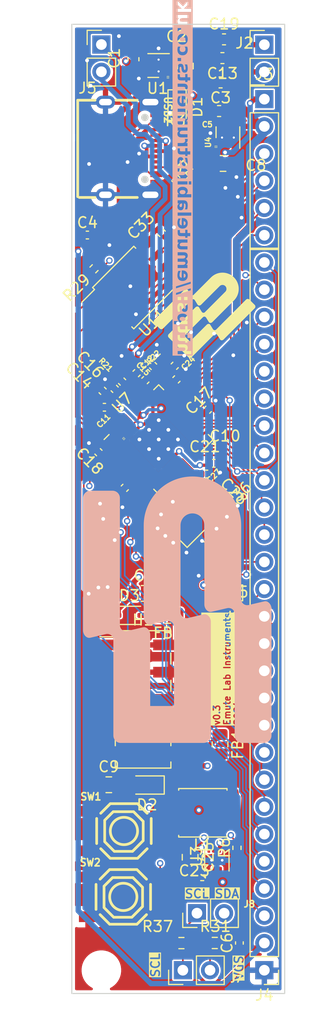
<source format=kicad_pcb>
(kicad_pcb (version 20240108) (generator "pcbnew") (generator_version "8.0")
  (layers (0 "F.Cu" signal) (1 "In1.Cu" signal) (2 "In2.Cu" signal) (31 "B.Cu" signal) (34 "B.Paste" user) (35 "F.Paste" user) (36 "B.SilkS" user "B.Silkscreen") (37 "F.SilkS" user "F.Silkscreen") (38 "B.Mask" user) (39 "F.Mask" user) (44 "Edge.Cuts" user))
  (net 0 "")
  (net 1 "GND")
  (net 2 "+12V")
  (net 3 "+3V3")
  (net 4 "/GPIO26_ADC0")
  (net 5 "/+3V3_SIG")
  (net 6 "+1V1")
  (net 7 "/XIN")
  (net 8 "Net-(C28-Pad1)")
  (net 9 "/VBUS")
  (net 10 "/USB_D+")
  (net 11 "/USB_D-")
  (net 12 "/GPIO4_SDA")
  (net 13 "/GPIO1_SCL")
  (net 14 "/BOOTSEL")
  (net 17 "/GPIO22_TEST_LED")
  (net 18 "/GPIO14")
  (net 19 "Net-(U7-USB_DP)")
  (net 20 "Net-(U7-USB_DM)")
  (net 21 "/GPIO17")
  (net 22 "/GPIO19")
  (net 23 "/GPIO25")
  (net 24 "/GPIO11")
  (net 25 "/GPIO12")
  (net 26 "/GPIO6")
  (net 27 "/QSPI_SS")
  (net 28 "/GPIO10")
  (net 29 "/GPIO24")
  (net 30 "/GPIO8")
  (net 31 "/GPIO16")
  (net 32 "/XOUT")
  (net 33 "/GPIO5")
  (net 34 "/GPIO23")
  (net 35 "/GPIO9")
  (net 36 "/RUN")
  (net 37 "/GPIO18")
  (net 38 "/GPIO13")
  (net 39 "Net-(D15-A)")
  (net 40 "/GPIO7")
  (net 41 "/GPIO15")
  (net 42 "/GPIO0")
  (net 43 "/GPIO20")
  (net 44 "/GPIO2")
  (net 45 "/GPIO21")
  (net 46 "/GPIO27_ADC1")
  (net 47 "/GPIO28_ADC2")
  (net 48 "/GPIO29_ADC3")
  (net 49 "/QSPI_SD3")
  (net 50 "/QSPI_SCLK")
  (net 51 "/QSPI_SD0")
  (net 52 "/QSPI_SD2")
  (net 53 "/QSPI_SD1")
  (net 54 "/GPIO3")
  (net 55 "Net-(USB2-CC1)")
  (net 56 "Net-(USB2-CC2)")
  (net 59 "-12V")
  (net 62 "Net-(D2-K)")
  (net 63 "Net-(D3-A)")
  (net 64 "Net-(FB1-Pad1)")
  (net 65 "Net-(FB2-Pad1)")
  (net 66 "+5V")
  (net 67 "Net-(U3-SW)")
  (net 68 "Net-(U3-PG)")
  (footprint "Capacitor_SMD:C_0402_1005Metric" (layer "F.Cu") (at 221.19 121.92 90)
    (property "Reference" "C6")
    (property "Value" "100n")
  )
  (footprint "Connector_PinHeader_2.54mm:PinHeader_1x06_P2.54mm_Vertical" (layer "F.Cu") (at 223.52 43.18)
    (property "Reference" "J3")
    (property "Value" "ADCs Header")
  )
  (footprint "Diode_SMD:D_SOD-323" (layer "F.Cu") (at 212.55 107.18 180)
    (property "Reference" "D2")
    (property "Value" "1N5819")
  )
  (footprint "emutelab:SW-SMD_4P-L5.1-W5.1-P3.70-LS6.5-TL-2" (layer "F.Cu") (at 210.33 117.62)
    (property "Reference" "SW2")
    (property "Value" "TS-1187A-B-A-B")
  )
  (footprint "Capacitor_SMD:C_0402_1005Metric" (layer "F.Cu") (at 210.47 79.45 -135)
    (property "Reference" "C20" (hide yes))
    (property "Value" "100n")
  )
  (footprint "Resistor_SMD:R_0402_1005Metric" (layer "F.Cu") (at 215.24 50.64 -45)
    (property "Reference" "R4")
    (property "Value" "5.1k")
  )
  (footprint "MountingHole:MountingHole_3.2mm_M3" (layer "F.Cu") (at 208.28 124.46)
    (property "Reference" "REF**" (hide yes))
    (property "Value" "MountingHole_3.2mm_M3")
  )
  (footprint "Connector_PinHeader_2.54mm:PinHeader_2x05_P2.54mm_Vertical_SMD" (layer "F.Cu") (at 212.18 99.19)
    (property "Reference" "H1")
    (property "Value" "PIN_HEADER_2x5 POWER")
  )
  (footprint "emutelab:RP2040-QFN-56" (layer "F.Cu") (at 213.640523 74.936509 45)
    (property "Reference" "U7")
    (property "Value" "RP2040")
  )
  (footprint "Capacitor_SMD:C_0402_1005Metric" (layer "F.Cu") (at 218.8 77.16)
    (property "Reference" "C10")
    (property "Value" "100n")
  )
  (footprint "Resistor_SMD:R_0805_2012Metric" (layer "F.Cu") (at 219.38 103.38 -90)
    (property "Reference" "FB1")
    (property "Value" "FerriteBead GZ2012D101TF")
  )
  (footprint "Capacitor_SMD:C_0603_1608Metric" (layer "F.Cu") (at 219.6 39.35 180)
    (property "Reference" "C13")
    (property "Value" "100n")
  )
  (footprint "Capacitor_SMD:C_0603_1608Metric" (layer "F.Cu") (at 217.71 116.61)
    (property "Reference" "C23")
    (property "Value" "10u")
  )
  (footprint "Resistor_SMD:R_0402_1005Metric" (layer "F.Cu") (at 207.59 59.01 45)
    (property "Reference" "R29")
    (property "Value" "1k")
  )
  (footprint "Capacitor_SMD:C_0402_1005Metric" (layer "F.Cu") (at 208.004881 76.124449 135)
    (property "Reference" "C18")
    (property "Value" "100n")
  )
  (footprint "Capacitor_SMD:C_0402_1005Metric" (layer "F.Cu") (at 208.56433 71.931306 180)
    (property "Reference" "C11")
    (property "Value" "100n")
  )
  (footprint "Capacitor_SMD:C_0402_1005Metric" (layer "F.Cu") (at 215.3 69.33 45)
    (property "Reference" "C24")
    (property "Value" "100n")
  )
  (footprint "Resistor_SMD:R_0603_1608Metric" (layer "F.Cu") (at 219.15 79.875 -135)
    (property "Reference" "R36")
    (property "Value" "1k")
  )
  (footprint "Capacitor_SMD:C_0603_1608Metric" (layer "F.Cu") (at 219.43 41.62 180)
    (property "Reference" "C3")
    (property "Value" "100n")
  )
  (footprint "Connector_PinHeader_2.54mm:PinHeader_1x02_P2.54mm_Vertical" (layer "F.Cu") (at 217.22 119.14 90)
    (property "Reference" "J8")
    (property "Value" "Conn_02x01")
  )
  (footprint "Capacitor_SMD:C_0805_2012Metric_Pad1.18x1.45mm_HandSolder" (layer "F.Cu") (at 219.66 49.18)
    (property "Reference" "C8")
    (property "Value" "22u 0805")
  )
  (footprint "Resistor_SMD:R_0402_1005Metric" (layer "F.Cu") (at 220.96 113.04 90)
    (property "Reference" "R6")
    (property "Value" "100k 1% 0402")
  )
  (footprint "Resistor_SMD:R_0603_1608Metric" (layer "F.Cu") (at 218.885 121.92 180)
    (property "Reference" "R31")
    (property "Value" "1.5k")
  )
  (footprint "Capacitor_SMD:C_0402_1005Metric" (layer "F.Cu") (at 212.396015 69.399863 45)
    (property "Reference" "C12")
    (property "Value" "1u")
  )
  (footprint "Capacitor_SMD:C_0402_1005Metric" (layer "F.Cu") (at 211.570589 68.749411 -135)
    (property "Reference" "R22")
    (property "Value" "27")
  )
  (footprint "Diode_SMD:D_SOD-323" (layer "F.Cu") (at 215.36 43.92 -90)
    (property "Reference" "D1")
    (property "Value" "1N5819")
  )
  (footprint "Package_SON:WSON-6-1EP_2x2mm_P0.65mm_EP1x1.6mm_ThermalVias" (layer "F.Cu") (at 220.115 46.765 90)
    (property "Reference" "U4")
    (property "Value" "TLV76733DRVR")
  )
  (footprint "Resistor_SMD:R_0402_1005Metric" (layer "F.Cu") (at 215.21 46.36)
    (property "Reference" "R3")
    (property "Value" "5.1k")
  )
  (footprint "Resistor_SMD:R_0603_1608Metric" (layer "F.Cu") (at 220 87.64 180)
    (property "Reference" "R65")
    (property "Value" "1.5k")
  )
  (footprint "LED_SMD:LED_0603_1608Metric" (layer "F.Cu") (at 220.007501 89.25 180)
    (property "Reference" "D15")
    (property "Value" "LED Test")
  )
  (footprint "Inductor_SMD:L_Sunlord_SWPA4020S" (layer "F.Cu") (at 217.77 109.77 180)
    (property "Reference" "L1")
    (property "Value" "2.2uH, 4.8mOhm")
  )
  (footprint "Capacitor_SMD:C_0603_1608Metric" (layer "F.Cu") (at 219.75 37.6)
    (property "Reference" "C19")
    (property "Value" "100n")
  )
  (footprint "Connector_PinHeader_2.54mm:PinHeader_1x02_P2.54mm_Vertical" (layer "F.Cu") (at 208.28 38.085)
    (property "Reference" "J5")
    (property "Value" "GND2")
  )
  (footprint "Crystal:Crystal_SMD_3225-4Pin_3.2x2.5mm" (layer "F.Cu") (at 216.548223 82.428858 45)
    (property "Reference" "Y1")
    (property "Value" "YXC X322512MSB4SI")
  )
  (footprint "Connector_PinHeader_2.54mm:PinHeader_1x02_P2.54mm_Vertical" (layer "F.Cu") (at 223.52 38.1)
    (property "Reference" "J2")
    (property "Value" "Power Header")
  )
  (footprint "Capacitor_SMD:C_0603_1608Metric_Pad1.08x0.95mm_HandSolder" (layer "F.Cu") (at 211.28 39.455001 90)
    (property "Reference" "C1")
    (property "Value" "1u")
  )
  (footprint "Capacitor_SMD:C_0402_1005Metric" (layer "F.Cu") (at 213.920589 55.670589 -45)
    (property "Reference" "C33")
    (property "Value" "100n")
  )
  (footprint "Capacitor_SMD:C_0402_1005Metric" (layer "F.Cu") (at 213.119411 68.079411 135)
    (property "Reference" "C15")
    (property "Value" "1u")
  )
  (footprint "Capacitor_SMD:C_0805_2012Metric_Pad1.18x1.45mm_HandSolder" (layer "F.Cu") (at 216.13 40.0925 90)
    (property "Reference" "C2")
    (property "Value" "22u 0805")
  )
  (footprint "Package_SON:WSON-8-1EP_2x2mm_P0.5mm_EP0.9x1.6mm_ThermalVias" (layer "F.Cu") (at 219.08 114.2 90)
    (property "Reference" "U3")
    (property "Value" "TPS62163DSG")
  )
  (footprint "Connector_PinHeader_2.54mm:PinHeader_1x27_P2.54mm_Vertical" (layer "F.Cu") (at 223.52 124.46 180)
    (property "Reference" "J4")
    (property "Value" "Conn_01x26")
  )
  (footprint "emutelab:USB-C-SMD_TYPE-C-6PIN-2MD-073" (layer "F.Cu") (at 211.04 47.78 -90)
    (property "Reference" "USB2")
    (property "Value" "TYPE-C_16PIN_2MD(073)")
    (fp_poly (pts (xy -2.54 -1.305) (xy -2.55713 -1.413156) (xy -2.606844 -1.510725) (xy -2.684275 -1.588156) (xy -2.781844 -1.63787) (xy -2.89 -1.655) (xy -2.998155 -1.63787) (xy -3.095725 -1.588156) (xy -3.173156 -1.510725) (xy -3.22287 -1.413156) (xy -3.24 -1.305) (xy -3.22287 -1.196844) (xy -3.173156 -1.099275) (xy -3.095725 -1.021844) (xy -2.998156 -0.97213) (xy -2.890001 -0.955) (xy -2.781844 -0.97213) (xy -2.684275 -1.021844) (xy -2.606844 -1.099275) (xy -2.557129 -1.196844)) (fill solid) (layer "Edge.Cuts"))
    (fp_poly (pts (xy 3.24 -1.305) (xy 3.22287 -1.413156) (xy 3.173156 -1.510725) (xy 3.095725 -1.588156) (xy 2.998155 -1.63787) (xy 2.89 -1.655) (xy 2.781844 -1.63787) (xy 2.684275 -1.588156) (xy 2.606844 -1.510725) (xy 2.55713 -1.413156) (xy 2.54 -1.305) (xy 2.557129 -1.196844) (xy 2.606844 -1.099275) (xy 2.684275 -1.021844) (xy 2.781844 -0.97213) (xy 2.890001 -0.955) (xy 2.998156 -0.97213) (xy 3.095725 -1.021844) (xy 3.173156 -1.099275) (xy 3.22287 -1.196844)) (fill solid) (layer "Edge.Cuts"))
  )
  (footprint "Diode_SMD:D_SOD-323" (layer "F.Cu") (at 210.9 91.35)
    (property "Reference" "D3")
    (property "Value" "1N5819")
  )
  (footprint "Resistor_SMD:R_0805_2012Metric" (layer "F.Cu") (at 214.525 91.35 180)
    (property "Reference" "FB2")
    (property "Value" "FerriteBead GZ2012D101TF")
  )
  (footprint "Capacitor_SMD:C_0402_1005Metric" (layer "F.Cu") (at 219.660589 81.164411 45)
    (property "Reference" "C28")
    (property "Value" "30p")
  )
  (footprint "Capacitor_SMD:C_0402_1005Metric" (layer "F.Cu") (at 208.39379 70.396883 135)
    (property "Reference" "C16")
    (property "Value" "100n")
  )
  (footprint "Capacitor_SMD:C_0402_1005Metric" (layer "F.Cu") (at 206.97 55.86)
    (property "Reference" "C4")
    (property "Value" "100n")
  )
  (footprint "Capacitor_SMD:C_0603_1608Metric_Pad1.08x0.95mm_HandSolder" (layer "F.Cu") (at 219.29 44.290001)
    (property "Reference" "C5")
    (property "Value" "1u")
  )
  (footprint "Capacitor_SMD:C_0402_1005Metric" (layer "F.Cu") (at 216.185589 79.614411 -135)
    (property "Reference" "C27")
    (property "Value" "30p")
  )
  (footprint "Capacitor_SMD:C_0402_1005Metric" (layer "F.Cu") (at 215.14 68.06 45)
    (property "Reference" "C37")
    (property "Value" "100n")
  )
  (footprint "Capacitor_SMD:C_0805_2012Metric" (layer "F.Cu") (at 216.58 113.92 -90)
    (property "Reference" "C25")
    (property "Value" "22u")
  )
  (footprint "Capacitor_SMD:C_0805_2012Metric" (layer "F.Cu") (at 208.975 107.155)
    (property "Reference" "C9")
    (property "Value" "22u")
  )
  (footprint "Connector_PinHeader_2.54mm:PinHeader_1x02_P2.54mm_Vertical" (layer "F.Cu") (at 215.9 124.46 90)
    (property "Reference" "J7")
    (property "Value" "Conn_02x01")
  )
  (footprint "Capacitor_SMD:C_0402_1005Metric" (layer "F.Cu") (at 210.218127 69.534214 -45)
    (property "Reference" "R21")
    (property "Value" "27")
  )
  (footprint "emutelab:SW-SMD_4P-L5.1-W5.1-P3.70-LS6.5-TL-2" (layer "F.Cu") (at 210.39 111.47)
    (property "Reference" "SW1")
    (property "Value" "TS-1187A-B-A-B")
  )
  (footprint "Package_SON:WSON-6-1EP_2x2mm_P0.65mm_EP1x1.6mm_ThermalVias" (layer "F.Cu") (at 213.63 40.0425 180)
    (property "Reference" "U1")
    (property "Value" "TLV76733DRVR")
  )
  (footprint "Capacitor_SMD:C_0402_1005Metric" (layer "F.Cu") (at 209.521626 70.216572 135)
    (property "Reference" "C14")
    (property "Value" "100n")
  )
  (footprint "Resistor_SMD:R_0603_1608Metric" (layer "F.Cu") (at 215.765 121.93)
    (property "Reference" "R37")
    (property "Value" "1.5k")
  )
  (footprint "Package_SO:SOIC-8_5.23x5.23mm_P1.27mm" (layer "F.Cu") (at 211.31 60.76 45)
    (property "Reference" "U11")
    (property "Value" "W25Q128JVS")
  )
  (footprint "Capacitor_SMD:C_0402_1005Metric" (layer "F.Cu") (at 218.12 78.16)
    (property "Reference" "C21")
    (property "Value" "100n")
  )
  (footprint "Capacitor_SMD:C_0805_2012Metric" (layer "F.Cu") (at 212.275 89.3)
    (property "Reference" "C7")
    (property "Value" "22u")
  )
  (footprint "Capacitor_SMD:C_0402_1005Metric" (layer "F.Cu") (at 218.229411 72.160589 45)
    (property "Reference" "C17")
    (property "Value" "100n")
  )
  (gr_poly (pts (xy 224.189113 90.694611) (xy 224.186483 90.659199) (xy 224.182151 90.623854) (xy 224.176159 90.58867) (xy 224.168547 90.55374) (xy 224.159359 90.519155) (xy 224.148637 90.48501) (xy 224.136421 90.451395) (xy 224.122754 90.418402) (xy 224.107679 90.386125) (xy 224.091234 90.354658) (xy 224.073467 90.32409) (xy 224.054415 90.294515) (xy 224.034121 90.266027) (xy 224.012626 90.238714) (xy 223.989974 90.212673) (xy 223.966206 90.187996) (xy 223.941363 90.164771) (xy 223.915488 90.143096) (xy 223.888622 90.123061) (xy 223.860808 90.104757) (xy 223.832086 90.088278) (xy 223.8025 90.073717) (xy 223.77209 90.061166) (xy 223.740898 90.050718) (xy 223.708968 90.042464) (xy 223.67634 90.036496) (xy 223.643056 90.032907) (xy 223.609158 90.031792) (xy 223.574688 90.03324) (xy 223.539688 90.037345) (xy 223.504199 90.0442) (xy 222.036555 90.3871) (xy 222.001567 90.392201) (xy 221.967027 90.395472) (xy 221.932978 90.396952) (xy 221.899465 90.396674) (xy 221.866529 90.394676) (xy 221.834216 90.390991) (xy 221.802568 90.385661) (xy 221.771629 90.378715) (xy 221.741442 90.370194) (xy 221.712051 90.360133) (xy 221.683499 90.348565) (xy 221.65583 90.33553) (xy 221.629086 90.321064) (xy 221.603313 90.3052) (xy 221.578553 90.287976) (xy 221.554849 90.269426) (xy 221.532244 90.249589) (xy 221.510784 90.228501) (xy 221.49051 90.206195) (xy 221.471466 90.182709) (xy 221.453696 90.15808) (xy 221.437244 90.132342) (xy 221.422152 90.105532) (xy 221.408464 90.077688) (xy 221.396223 90.048842) (xy 221.385474 90.019033) (xy 221.376259 89.988295) (xy 221.368623 89.956665) (xy 221.362607 89.924181) (xy 221.358257 89.890875) (xy 221.355615 89.856788) (xy 221.354724 89.821952) (xy 221.354724 82.947281) (xy 221.34878 82.713035) (xy 221.331139 82.481825) (xy 221.302091 82.253942) (xy 221.261923 82.029672) (xy 221.210927 81.809305) (xy 221.149389 81.593129) (xy 221.077602 81.381433) (xy 220.99585 81.174504) (xy 220.904425 80.972633) (xy 220.803615 80.776107) (xy 220.693709 80.585214) (xy 220.574995 80.400244) (xy 220.447763 80.221484) (xy 220.312304 80.049223) (xy 220.168903 79.883751) (xy 220.017851 79.725353) (xy 219.859437 79.574322) (xy 219.693949 79.430942) (xy 219.521677 79.295506) (xy 219.34291 79.168298) (xy 219.157936 79.04961) (xy 218.967043 78.939729) (xy 218.770523 78.838943) (xy 218.568662 78.747541) (xy 218.361751 78.665813) (xy 218.150078 78.594046) (xy 217.933932 78.532527) (xy 217.713601 78.481548) (xy 217.489376 78.441393) (xy 217.261545 78.412356) (xy 217.030396 78.394722) (xy 216.796219 78.388779) (xy 216.562044 78.394723) (xy 216.330902 78.412364) (xy 216.103081 78.441414) (xy 215.87887 78.48158) (xy 215.658558 78.532577) (xy 215.442433 78.594114) (xy 215.230783 78.665902) (xy 215.023899 78.747653) (xy 214.822067 78.839079) (xy 214.625578 78.939889) (xy 214.434719 79.049796) (xy 214.249779 79.168508) (xy 214.071046 79.295739) (xy 213.89881 79.431199) (xy 213.73336 79.5746) (xy 213.574983 79.725653) (xy 213.423968 79.884067) (xy 213.280604 80.049555) (xy 213.14518 80.221827) (xy 213.017984 80.400593) (xy 212.899305 80.585567) (xy 212.789432 80.776459) (xy 212.688653 80.97298) (xy 212.597256 81.17484) (xy 212.515531 81.381752) (xy 212.443767 81.593425) (xy 212.382251 81.809571) (xy 212.331273 82.0299) (xy 212.29112 82.254126) (xy 212.262083 82.481957) (xy 212.244448 82.713104) (xy 212.238506 82.947282) (xy 212.238506 91.537245) (xy 212.23939 91.572637) (xy 212.242013 91.608055) (xy 212.246336 91.643411) (xy 212.252315 91.678609) (xy 212.259909 91.713555) (xy 212.269078 91.748159) (xy 212.27978 91.782325) (xy 212.291973 91.815962) (xy 212.305616 91.848978) (xy 212.320667 91.88128) (xy 212.337086 91.912773) (xy 212.354829 91.943365) (xy 212.373858 91.972963) (xy 212.394129 92.001476) (xy 212.415602 92.028808) (xy 212.438234 92.05487) (xy 212.461985 92.079565) (xy 212.486813 92.102804) (xy 212.512678 92.124491) (xy 212.539536 92.144534) (xy 212.567346 92.162841) (xy 212.596068 92.179318) (xy 212.625661 92.193873) (xy 212.656082 92.206413) (xy 212.68729 92.216845) (xy 212.719243 92.225078) (xy 212.751902 92.231015) (xy 212.785223 92.234565) (xy 212.819165 92.235637) (xy 212.853688 92.234135) (xy 212.88875 92.22997) (xy 212.924307 92.223046) (xy 214.388778 91.88094) (xy 214.423915 91.875695) (xy 214.458604 91.872288) (xy 214.4928 91.870683) (xy 214.52646 91.870844) (xy 214.559542 91.872737) (xy 214.591999 91.876322) (xy 214.62379 91.881566) (xy 214.65487 91.888431) (xy 214.685195 91.896883) (xy 214.714722 91.906885) (xy 214.743406 91.918399) (xy 214.771205 91.931392) (xy 214.798074 91.945827) (xy 214.82397 91.961669) (xy 214.848849 91.978878) (xy 214.872667 91.997423) (xy 214.895381 92.017264) (xy 214.916946 92.038367) (xy 214.937319 92.060696) (xy 214.956456 92.084215) (xy 214.974314 92.108885) (xy 214.990848 92.134674) (xy 215.006016 92.161545) (xy 215.019772 92.18946) (xy 215.032074 92.218385) (xy 215.042877 92.248284) (xy 215.052139 92.279119) (xy 215.059815 92.310856) (xy 215.065861 92.343457) (xy 215.070234 92.376886) (xy 215.072889 92.411111) (xy 215.073784 92.446091) (xy 215.073784 99.806535) (xy 212.846522 99.806535) (xy 212.846523 93.151736) (xy 212.845636 93.116346) (xy 212.843005 93.080932) (xy 212.838673 93.045587) (xy 212.83268 93.010405) (xy 212.82507 92.975475) (xy 212.815881 92.940889) (xy 212.805159 92.906744) (xy 212.792944 92.873129) (xy 212.779276 92.840137) (xy 212.7642 92.807861) (xy 212.747757 92.776393) (xy 212.729989 92.745825) (xy 212.710936 92.716251) (xy 212.690642 92.687761) (xy 212.669148 92.660449) (xy 212.646495 92.634409) (xy 212.622727 92.609729) (xy 212.597885 92.586506) (xy 212.572009 92.564831) (xy 212.545143 92.544796) (xy 212.517329 92.526492) (xy 212.488607 92.510013) (xy 212.459021 92.495453) (xy 212.428611 92.482902) (xy 212.39742 92.472453) (xy 212.365489 92.464197) (xy 212.332861 92.45823) (xy 212.299577 92.454643) (xy 212.265679 92.453527) (xy 212.231209 92.454975) (xy 212.196209 92.459081) (xy 212.160721 92.465934) (xy 210.693078 92.808834) (xy 210.658089 92.813937) (xy 210.623549 92.817216) (xy 210.5895 92.818705) (xy 210.555987 92.818441) (xy 210.523051 92.816459) (xy 210.490738 92.812795) (xy 210.45909 92.807484) (xy 210.428151 92.800561) (xy 210.397964 92.792064) (xy 210.368573 92.782026) (xy 210.340021 92.770484) (xy 210.312352 92.757474) (xy 210.285608 92.743031) (xy 210.259835 92.72719) (xy 210.235074 92.709986) (xy 210.21137 92.691457) (xy 210.188766 92.671639) (xy 210.167305 92.650564) (xy 210.147031 92.62827) (xy 210.127987 92.604791) (xy 210.110218 92.580165) (xy 210.093765 92.554428) (xy 210.078673 92.527612) (xy 210.064985 92.499755) (xy 210.052745 92.470892) (xy 210.041996 92.44106) (xy 210.032781 92.410293) (xy 210.025145 92.378626) (xy 210.019129 92.346096) (xy 210.014778 92.312739) (xy 210.012136 92.278589) (xy 210.011245 92.243683) (xy 210.011246 80.404112) (xy 210.01035 80.3689) (xy 210.007695 80.334137) (xy 210.003321 80.299866) (xy 209.997274 80.266133) (xy 209.989597 80.232979) (xy 209.980333 80.200451) (xy 209.969527 80.168592) (xy 209.957221 80.137447) (xy 209.94346 80.107057) (xy 209.928286 80.07747) (xy 209.911743 80.048725) (xy 209.893877 80.020872) (xy 209.874728 79.993951) (xy 209.854341 79.968007) (xy 209.832761 79.943084) (xy 209.810031 79.919227) (xy 209.786193 79.896478) (xy 209.761292 79.874883) (xy 209.735371 79.854486) (xy 209.708474 79.835329) (xy 209.680645 79.817458) (xy 209.651927 79.800916) (xy 209.622363 79.785747) (xy 209.591998 79.771996) (xy 209.560875 79.759708) (xy 209.529036 79.748923) (xy 209.496528 79.739689) (xy 209.463392 79.732049) (xy 209.429672 79.726046) (xy 209.395412 79.721725) (xy 209.360656 79.719129) (xy 209.325448 79.718304) (xy 207.252169 79.718304) (xy 207.217029 79.7192) (xy 207.182334 79.721863) (xy 207.148126 79.726247) (xy 207.114451 79.732308) (xy 207.081352 79.740002) (xy 207.048873 79.749283) (xy 207.017058 79.760112) (xy 206.985952 79.77244) (xy 206.955598 79.786225) (xy 206.92604 79.801423) (xy 206.897322 79.817991) (xy 206.869489 79.835884) (xy 206.842584 79.855056) (xy 206.816652 79.875466) (xy 206.791736 79.897068) (xy 206.767881 79.919818) (xy 206.745131 79.943673) (xy 206.723529 79.96859) (xy 206.703119 79.994521) (xy 206.683947 80.021426) (xy 206.666055 80.04926) (xy 206.649488 80.077978) (xy 206.634289 80.107535) (xy 206.620504 80.137889) (xy 206.608176 80.168996) (xy 206.597348 80.200811) (xy 206.588065 80.233289) (xy 206.580372 80.26639) (xy 206.574311 80.300064) (xy 206.569928 80.334272) (xy 206.567264 80.368968) (xy 206.566368 80.404107) (xy 206.566369 92.749299) (xy 206.566377 92.749598) (xy 206.566402 92.749898) (xy 206.566441 92.7502) (xy 206.566492 92.750505) (xy 206.566619 92.751129) (xy 206.566764 92.751783) (xy 206.566912 92.752471) (xy 206.566978 92.752833) (xy 206.567038 92.753208) (xy 206.567089 92.753596) (xy 206.567129 92.754) (xy 206.567153 92.75442) (xy 206.567163 92.754857) (xy 206.568327 92.790019) (xy 206.571201 92.825196) (xy 206.575742 92.860298) (xy 206.581911 92.895233) (xy 206.589668 92.929909) (xy 206.59897 92.964238) (xy 206.60978 92.998124) (xy 206.622055 93.031479) (xy 206.635755 93.064211) (xy 206.650841 93.096227) (xy 206.667271 93.12744) (xy 206.685006 93.157753) (xy 206.704004 93.187079) (xy 206.724226 93.215327) (xy 206.745631 93.242402) (xy 206.768179 93.268216) (xy 206.79183 93.292676) (xy 206.816541 93.31569) (xy 206.842274 93.33717) (xy 206.868988 93.357023) (xy 206.896643 93.375157) (xy 206.925199 93.39148) (xy 206.954614 93.405903) (xy 206.984848 93.418333) (xy 207.015861 93.428682) (xy 207.047614 93.436853) (xy 207.080064 93.44276) (xy 207.113172 93.446308) (xy 207.146898 93.447408) (xy 207.1812 93.445967) (xy 207.216039 93.441897) (xy 207.251375 93.435102) (xy 207.252169 93.435102) (xy 208.718222 93.092202) (xy 208.753286 93.087028) (xy 208.787901 93.083689) (xy 208.822023 93.082147) (xy 208.85561 93.082366) (xy 208.888619 93.084311) (xy 208.921004 93.087946) (xy 208.952724 93.093233) (xy 208.983733 93.100139) (xy 209.013989 93.108626) (xy 209.043448 93.118657) (xy 209.072066 93.130197) (xy 209.0998 93.143212) (xy 209.126606 93.157663) (xy 209.152441 93.173516) (xy 209.177261 93.190733) (xy 209.201022 93.209279) (xy 209.223681 93.229119) (xy 209.245193 93.250215) (xy 209.265517 93.272532) (xy 209.284606 93.296034) (xy 209.302421 93.320685) (xy 209.318914 93.346448) (xy 209.334044 93.373287) (xy 209.347766 93.401168) (xy 209.360037 93.430054) (xy 209.370813 93.459908) (xy 209.380051 93.490694) (xy 209.387708 93.522376) (xy 209.393739 93.55492) (xy 209.3981 93.588288) (xy 209.400749 93.622444) (xy 209.401642 93.657352) (xy 209.401643 102.565607) (xy 209.402539 102.600747) (xy 209.405201 102.635441) (xy 209.409585 102.669649) (xy 209.415645 102.703324) (xy 209.423339 102.736423) (xy 209.432622 102.768903) (xy 209.44345 102.800718) (xy 209.455778 102.831823) (xy 209.469564 102.862178) (xy 209.484762 102.891736) (xy 209.501329 102.920454) (xy 209.519221 102.948287) (xy 209.538394 102.975191) (xy 209.558803 103.001124) (xy 209.580405 103.026039) (xy 209.603156 103.049895) (xy 209.627011 103.072644) (xy 209.651927 103.094247) (xy 209.677859 103.114656) (xy 209.704764 103.133829) (xy 209.732597 103.15172) (xy 209.761314 103.168288) (xy 209.790872 103.183486) (xy 209.821228 103.197272) (xy 209.852333 103.209599) (xy 209.884148 103.220427) (xy 209.916627 103.22971) (xy 209.949726 103.237404) (xy 209.983401 103.243465) (xy 210.017608 103.247847) (xy 210.052303 103.250511) (xy 210.087443 103.251408) (xy 217.832854 103.251408) (xy 217.867993 103.25051) (xy 217.902689 103.247848) (xy 217.936896 103.243464) (xy 217.970571 103.237404) (xy 218.00367 103.22971) (xy 218.036149 103.220427) (xy 218.067964 103.209599) (xy 218.099069 103.197272) (xy 218.129424 103.183486) (xy 218.158982 103.168288) (xy 218.1877 103.15172) (xy 218.215533 103.133829) (xy 218.242438 103.114656) (xy 218.26837 103.094247) (xy 218.293285 103.072645) (xy 218.317141 103.049895) (xy 218.339892 103.026039) (xy 218.361494 103.001124) (xy 218.381903 102.975191) (xy 218.401076 102.948287) (xy 218.418968 102.920454) (xy 218.435536 102.891736) (xy 218.450733 102.862177) (xy 218.464519 102.831823) (xy 218.476847 102.800718) (xy 218.487675 102.768903) (xy 218.496958 102.736424) (xy 218.504651 102.703324) (xy 218.510712 102.669648) (xy 218.515095 102.635442) (xy 218.517758 102.600747) (xy 218.518655 102.565607) (xy 218.518655 91.942058) (xy 218.517769 91.906669) (xy 218.515139 91.871256) (xy 218.510807 91.83591) (xy 218.504814 91.800728) (xy 218.497202 91.765797) (xy 218.488015 91.731213) (xy 218.477292 91.697067) (xy 218.465077 91.663451) (xy 218.45141 91.630459) (xy 218.436334 91.598183) (xy 218.419891 91.566716) (xy 218.402122 91.536148) (xy 218.38307 91.506573) (xy 218.362776 91.478083) (xy 218.341281 91.450772) (xy 218.318629 91.424731) (xy 218.294861 91.400053) (xy 218.270018 91.376829) (xy 218.244143 91.355154) (xy 218.217277 91.335118) (xy 218.189462 91.316815) (xy 218.160741 91.300336) (xy 218.131154 91.285776) (xy 218.100745 91.273225) (xy 218.069553 91.262776) (xy 218.037623 91.254521) (xy 218.004995 91.248554) (xy 217.971711 91.244965) (xy 217.937813 91.24385) (xy 217.903343 91.245298) (xy 217.868343 91.249404) (xy 217.832854 91.256258) (xy 216.365211 91.599156) (xy 216.330223 91.604257) (xy 216.295683 91.607531) (xy 216.261634 91.609009) (xy 216.22812 91.608732) (xy 216.195184 91.606734) (xy 216.162872 91.60305) (xy 216.131224 91.597719) (xy 216.100285 91.590774) (xy 216.070098 91.582253) (xy 216.040707 91.57219) (xy 216.012155 91.560625) (xy 215.984486 91.54759) (xy 215.957743 91.533122) (xy 215.93197 91.517258) (xy 215.907209 91.500033) (xy 215.883505 91.481484) (xy 215.860901 91.461648) (xy 215.83944 91.440559) (xy 215.819166 91.418254) (xy 215.800123 91.394768) (xy 215.782353 91.370139) (xy 215.765901 91.344401) (xy 215.750807 91.317591) (xy 215.737121 91.289745) (xy 215.72488 91.2609) (xy 215.71413 91.231089) (xy 215.704916 91.200352) (xy 215.69728 91.168723) (xy 215.691264 91.136238) (xy 215.686914 91.102933) (xy 215.684271 91.068845) (xy 215.683381 91.034009) (xy 215.683381 82.948869) (xy 215.684835 82.891622) (xy 215.689147 82.83512) (xy 215.696248 82.779432) (xy 215.706067 82.724629) (xy 215.718531 82.670783) (xy 215.733574 82.617962) (xy 215.751121 82.566238) (xy 215.771103 82.515681) (xy 215.793448 82.466361) (xy 215.818087 82.418348) (xy 215.844947 82.371713) (xy 215.87396 82.326527) (xy 215.905053 82.282859) (xy 215.938156 82.24078) (xy 215.973198 82.200359) (xy 216.010108 82.161669) (xy 216.048816 82.124778) (xy 216.08925 82.089758) (xy 216.131341 82.056678) (xy 216.175017 82.02561) (xy 216.220207 81.996621) (xy 216.266841 81.969786) (xy 216.314848 81.945173) (xy 216.364157 81.92285) (xy 216.414696 81.902892) (xy 216.466398 81.885366) (xy 216.519189 81.870343) (xy 216.572998 81.857894) (xy 216.627756 81.848089) (xy 216.683391 81.840998) (xy 216.739833 81.836692) (xy 216.797011 81.835241) (xy 216.854258 81.836695) (xy 216.910761 81.841006) (xy 216.966449 81.848108) (xy 217.021251 81.857927) (xy 217.075098 81.870392) (xy 217.127918 81.885434) (xy 217.179642 81.902981) (xy 217.2302 81.922962) (xy 217.27952 81.945309) (xy 217.327532 81.969948) (xy 217.374167 81.996808) (xy 217.419354 82.025821) (xy 217.463022 82.056914) (xy 217.505101 82.090017) (xy 217.545522 82.125058) (xy 217.584212 82.161969) (xy 217.621103 82.200678) (xy 217.656123 82.241112) (xy 217.689203 82.283203) (xy 217.720272 82.326878) (xy 217.74926 82.372068) (xy 217.776096 82.418703) (xy 217.80071 82.46671) (xy 217.823032 82.516019) (xy 217.842991 82.566559) (xy 217.860517 82.618259) (xy 217.87554 82.671049) (xy 217.88799 82.724859) (xy 217.897794 82.779617) (xy 217.904884 82.835251) (xy 217.909191 82.891693) (xy 217.910642 82.948869) (xy 217.910642 90.328364) (xy 217.911528 90.363756) (xy 217.914158 90.399175) (xy 217.918491 90.434529) (xy 217.924483 90.469726) (xy 217.932094 90.504673) (xy 217.941282 90.539276) (xy 217.952005 90.573443) (xy 217.96422 90.607081) (xy 217.977888 90.640097) (xy 217.992963 90.672397) (xy 218.009406 90.70389) (xy 218.027175 90.734482) (xy 218.046227 90.764082) (xy 218.066522 90.792594) (xy 218.088016 90.819927) (xy 218.110668 90.845988) (xy 218.134436 90.870684) (xy 218.159279 90.893921) (xy 218.185154 90.915609) (xy 218.21202 90.935653) (xy 218.239835 90.95396) (xy 218.268556 90.970438) (xy 218.298143 90.984992) (xy 218.328553 90.997532) (xy 218.359744 91.007965) (xy 218.391674 91.016197) (xy 218.424303 91.022133) (xy 218.457587 91.025685) (xy 218.491484 91.026756) (xy 218.525954 91.025256) (xy 218.560954 91.021089) (xy 218.596443 91.014165) (xy 220.060912 90.672057) (xy 220.09605 90.666813) (xy 220.130738 90.663406) (xy 220.164935 90.661801) (xy 220.198596 90.661962) (xy 220.231677 90.663853) (xy 220.264134 90.667438) (xy 220.295925 90.672683) (xy 220.327005 90.679549) (xy 220.35733 90.688) (xy 220.386858 90.698002) (xy 220.415542 90.709518) (xy 220.443341 90.722511) (xy 220.470211 90.736946) (xy 220.496106 90.752786) (xy 220.520985 90.769997) (xy 220.544803 90.78854) (xy 220.567516 90.808382) (xy 220.589081 90.829486) (xy 220.609454 90.851815) (xy 220.628591 90.875332) (xy 220.646449 90.900004) (xy 220.662983 90.925793) (xy 220.67815 90.952663) (xy 220.691908 90.980579) (xy 220.704208 91.009503) (xy 220.715012 91.039401) (xy 220.724274 91.070236) (xy 220.731949 91.101973) (xy 220.737996 91.134574) (xy 220.742368 91.168004) (xy 220.745024 91.202228) (xy 220.745919 91.237207) (xy 220.745919 102.565607) (xy 220.746816 102.600747) (xy 220.749479 102.635442) (xy 220.753862 102.669648) (xy 220.759923 102.703324) (xy 220.767617 102.736423) (xy 220.776899 102.768903) (xy 220.787727 102.800718) (xy 220.800055 102.831823) (xy 220.813841 102.862177) (xy 220.829039 102.891735) (xy 220.845606 102.920453) (xy 220.863498 102.948287) (xy 220.882671 102.975191) (xy 220.90308 103.001123) (xy 220.924682 103.02604) (xy 220.947432 103.049894) (xy 220.971287 103.072645) (xy 220.996203 103.094246) (xy 221.022135 103.114657) (xy 221.04904 103.133829) (xy 221.076874 103.15172) (xy 221.105591 103.168287) (xy 221.135148 103.183486) (xy 221.165503 103.197272) (xy 221.196609 103.209599) (xy 221.228424 103.220428) (xy 221.260903 103.229711) (xy 221.294002 103.237403) (xy 221.327677 103.243465) (xy 221.361884 103.247847) (xy 221.39658 103.250511) (xy 221.431719 103.251408) (xy 223.504199 103.251408) (xy 223.539339 103.25051) (xy 223.574034 103.247847) (xy 223.608241 103.243465) (xy 223.641918 103.237403) (xy 223.675016 103.229711) (xy 223.707495 103.220428) (xy 223.739309 103.2096) (xy 223.770417 103.197272) (xy 223.80077 103.183486) (xy 223.830328 103.168287) (xy 223.859045 103.15172) (xy 223.886878 103.133829) (xy 223.913783 103.114657) (xy 223.939715 103.094246) (xy 223.964631 103.072645) (xy 223.988486 103.049894) (xy 224.011237 103.02604) (xy 224.032838 103.001123) (xy 224.053248 102.975192) (xy 224.07242 102.948287) (xy 224.090312 102.920453) (xy 224.106879 102.891735) (xy 224.122078 102.862178) (xy 224.135863 102.831824) (xy 224.148191 102.800718) (xy 224.159019 102.768903) (xy 224.168302 102.736424) (xy 224.175995 102.703324) (xy 224.182056 102.669648) (xy 224.186439 102.635442) (xy 224.189102 102.600746) (xy 224.189999 102.565607) (xy 224.19 90.73)) (stroke (width -0.000001)) (fill solid) (layer "B.SilkS"))
  (gr_poly (pts (xy 216.039492 60.970869) (xy 216.048458 60.963141) (xy 216.05781 60.955832) (xy 216.067515 60.948951) (xy 216.077542 60.942512) (xy 216.087859 60.936525) (xy 216.098435 60.931005) (xy 216.109237 60.925962) (xy 216.120235 60.921407) (xy 216.131395 60.917352) (xy 216.142689 60.913811) (xy 216.154081 60.910795) (xy 216.165542 60.908313) (xy 216.17704 60.906382) (xy 216.188544 60.905011) (xy 216.200022 60.904213) (xy 216.211439 60.903998) (xy 216.22277 60.904378) (xy 216.233978 60.905369) (xy 216.245033 60.906979) (xy 216.255903 60.909221) (xy 216.266557 60.912107) (xy 216.276962 60.915647) (xy 216.287089 60.919857) (xy 216.296904 60.924746) (xy 216.306376 60.930327) (xy 216.315471 60.93661) (xy 216.324163 60.94361) (xy 216.332414 60.951337) (xy 216.340198 60.959804) (xy 216.347481 60.96902) (xy 216.354229 60.979001) (xy 216.619334 61.405749) (xy 216.62638 61.4152) (xy 216.633749 61.424111) (xy 216.641426 61.432486) (xy 216.649391 61.440319) (xy 216.657625 61.447611) (xy 216.666109 61.45436) (xy 216.674825 61.460563) (xy 216.683755 61.466217) (xy 216.692878 61.471324) (xy 216.702177 61.47588) (xy 216.711634 61.479884) (xy 216.721228 61.483333) (xy 216.730942 61.486226) (xy 216.740754 61.488563) (xy 216.75065 61.49034) (xy 216.760609 61.491553) (xy 216.770613 61.492205) (xy 216.780642 61.492292) (xy 216.790678 61.491815) (xy 216.800702 61.490767) (xy 216.810697 61.489151) (xy 216.820642 61.486962) (xy 216.830517 61.4842) (xy 216.840307 61.480863) (xy 216.84999 61.47695) (xy 216.859549 61.472458) (xy 216.868966 61.467384) (xy 216.878222 61.461729) (xy 216.887297 61.455489) (xy 216.896172 61.448665) (xy 216.904829 61.441254) (xy 216.91325 61.433253) (xy 218.533626 59.812877) (xy 218.59024 59.759066) (xy 218.648893 59.708727) (xy 218.709454 59.661861) (xy 218.771782 59.618467) (xy 218.835743 59.578547) (xy 218.9012 59.542097) (xy 218.968018 59.509121) (xy 219.036061 59.479617) (xy 219.105192 59.453584) (xy 219.175274 59.431024) (xy 219.246172 59.411936) (xy 219.317752 59.396319) (xy 219.389875 59.384173) (xy 219.462406 59.375499) (xy 219.535208 59.370296) (xy 219.608146 59.368565) (xy 219.681083 59.370305) (xy 219.753884 59.375516) (xy 219.826411 59.384199) (xy 219.898529 59.396351) (xy 219.970104 59.411975) (xy 220.040998 59.431069) (xy 220.111073 59.453635) (xy 220.180195 59.479671) (xy 220.248228 59.509175) (xy 220.315036 59.542152) (xy 220.380481 59.578599) (xy 220.444431 59.618514) (xy 220.506744 59.661901) (xy 220.56729 59.708756) (xy 220.625929 59.759082) (xy 220.682525 59.812878) (xy 220.736319 59.869475) (xy 220.786643 59.928113) (xy 220.833493 59.988657) (xy 220.876873 60.050972) (xy 220.916781 60.11492) (xy 220.953218 60.180366) (xy 220.986183 60.247174) (xy 221.015677 60.315204) (xy 221.041701 60.384326) (xy 221.064252 60.454401) (xy 221.083333 60.525291) (xy 221.098943 60.596863) (xy 221.111082 60.66898) (xy 221.11975 60.741504) (xy 221.124947 60.814302) (xy 221.126673 60.887235) (xy 221.12493 60.960168) (xy 221.119715 61.032964) (xy 221.111029 61.105489) (xy 221.098875 61.177605) (xy 221.08325 61.249177) (xy 221.064152 61.320069) (xy 221.041586 61.390143) (xy 221.015549 61.459264) (xy 220.986043 61.527296) (xy 220.953065 61.594102) (xy 220.91662 61.659548) (xy 220.876702 61.723496) (xy 220.833317 61.785811) (xy 220.78646 61.846356) (xy 220.736135 61.904993) (xy 220.682339 61.961591) (xy 218.657666 63.986264) (xy 218.649115 63.994398) (xy 218.640149 64.002128) (xy 218.630796 64.009443) (xy 218.621091 64.016329) (xy 218.611064 64.022775) (xy 218.600747 64.028771) (xy 218.59017 64.034302) (xy 218.579369 64.039356) (xy 218.56837 64.043923) (xy 218.55721 64.047989) (xy 218.545917 64.051542) (xy 218.534524 64.05457) (xy 218.523062 64.05706) (xy 218.511564 64.059003) (xy 218.500061 64.060385) (xy 218.488584 64.061193) (xy 218.477165 64.061416) (xy 218.465836 64.061041) (xy 218.454626 64.060058) (xy 218.443573 64.05845) (xy 218.432704 64.05621) (xy 218.422049 64.053324) (xy 218.411643 64.04978) (xy 218.401517 64.045565) (xy 218.391702 64.040669) (xy 218.382231 64.035077) (xy 218.373134 64.028779) (xy 218.364443 64.021762) (xy 218.35619 64.014014) (xy 218.348407 64.005523) (xy 218.341123 63.996277) (xy 218.334374 63.986264) (xy 218.06983 63.56045) (xy 218.062786 63.550932) (xy 218.055412 63.541952) (xy 218.04773 63.533515) (xy 218.039758 63.525618) (xy 218.031516 63.518267) (xy 218.023019 63.511462) (xy 218.014291 63.505205) (xy 218.005348 63.499497) (xy 217.996208 63.494342) (xy 217.986889 63.489741) (xy 217.977416 63.485692) (xy 217.9678 63.482203) (xy 217.958064 63.479272) (xy 217.948228 63.476902) (xy 217.938307 63.475094) (xy 217.928323 63.473851) (xy 217.918292 63.473174) (xy 217.908234 63.473065) (xy 217.898169 63.473526) (xy 217.888116 63.474559) (xy 217.878093 63.476165) (xy 217.868116 63.478346) (xy 217.858207 63.481104) (xy 217.848386 63.484442) (xy 217.838669 63.48836) (xy 217.829075 63.49286) (xy 217.819623 63.497946) (xy 217.810333 63.503617) (xy 217.801224 63.509878) (xy 217.792315 63.516725) (xy 217.783621 63.524165) (xy 217.775167 63.5322) (xy 216.040294 65.267073) (xy 216.565265 65.792044) (xy 218.133816 64.223493) (xy 218.142365 64.215361) (xy 218.151333 64.207633) (xy 218.160684 64.200323) (xy 218.17039 64.193443) (xy 218.180418 64.187004) (xy 218.190735 64.181017) (xy 218.20131 64.175496) (xy 218.212112 64.170453) (xy 218.22311 64.165898) (xy 218.234271 64.161844) (xy 218.245563 64.158303) (xy 218.256957 64.155285) (xy 218.268418 64.152806) (xy 218.279917 64.150874) (xy 218.29142 64.149502) (xy 218.302897 64.148704) (xy 218.314317 64.148489) (xy 218.325645 64.148871) (xy 218.336854 64.149861) (xy 218.347908 64.151471) (xy 218.358779 64.153713) (xy 218.369431 64.156599) (xy 218.379838 64.16014) (xy 218.389964 64.164349) (xy 218.399778 64.169237) (xy 218.409249 64.174819) (xy 218.418346 64.181103) (xy 218.427038 64.188103) (xy 218.435291 64.195829) (xy 218.443074 64.204294) (xy 218.450356 64.213512) (xy 218.457105 64.223493) (xy 218.72221 64.650241) (xy 218.729253 64.659692) (xy 218.736623 64.668605) (xy 218.744296 64.676981) (xy 218.752258 64.684818) (xy 218.760488 64.692115) (xy 218.768968 64.698867) (xy 218.777679 64.705075) (xy 218.786602 64.710735) (xy 218.795722 64.715848) (xy 218.805015 64.72041) (xy 218.814465 64.724419) (xy 218.824054 64.727873) (xy 218.833762 64.730773) (xy 218.84357 64.733114) (xy 218.853461 64.734895) (xy 218.863414 64.736115) (xy 218.873414 64.736772) (xy 218.883439 64.736863) (xy 218.893474 64.736386) (xy 218.903496 64.735342) (xy 218.913489 64.733725) (xy 218.923433 64.731537) (xy 218.933311 64.728773) (xy 218.943104 64.725434) (xy 218.952792 64.721516) (xy 218.962357 64.717018) (xy 218.97178 64.711938) (xy 218.981043 64.706274) (xy 218.990129 64.700025) (xy 218.999017 64.693186) (xy 219.007689 64.68576) (xy 219.016128 64.677744) (xy 221.80674 61.887129) (xy 221.81525 61.879042) (xy 221.824069 61.871473) (xy 221.833178 61.864426) (xy 221.842555 61.8579) (xy 221.852178 61.851896) (xy 221.86203 61.846412) (xy 221.872086 61.841451) (xy 221.882327 61.837011) (xy 221.892734 61.833091) (xy 221.903285 61.829693) (xy 221.913958 61.826818) (xy 221.924735 61.824464) (xy 221.935594 61.822632) (xy 221.946512 61.821322) (xy 221.957474 61.820534) (xy 221.968456 61.820269) (xy 221.979436 61.820525) (xy 221.990396 61.821304) (xy 222.001313 61.822606) (xy 222.012168 61.824431) (xy 222.022939 61.826778) (xy 222.033606 61.829648) (xy 222.04415 61.83304) (xy 222.054549 61.836956) (xy 222.064781 61.841397) (xy 222.074826 61.846358) (xy 222.084666 61.851844) (xy 222.094279 61.857853) (xy 222.103639 61.864386) (xy 222.112734 61.871443) (xy 222.121537 61.879023) (xy 222.13003 61.887127) (xy 222.618709 62.375803) (xy 222.626778 62.384298) (xy 222.634328 62.393102) (xy 222.641358 62.4022) (xy 222.647867 62.411564) (xy 222.653854 62.42118) (xy 222.659322 62.431022) (xy 222.664269 62.441073) (xy 222.668694 62.451312) (xy 222.6726 62.461715) (xy 222.675985 62.472264) (xy 222.678848 62.482938) (xy 222.681192 62.493716) (xy 222.683015 62.504576) (xy 222.684316 62.5155) (xy 222.685097 62.526465) (xy 222.685357 62.537448) (xy 222.685097 62.548434) (xy 222.684316 62.559398) (xy 222.683015 62.570322) (xy 222.681192 62.581181) (xy 222.678848 62.59196) (xy 222.675985 62.602634) (xy 222.6726 62.613183) (xy 222.668694 62.623586) (xy 222.664269 62.633823) (xy 222.659322 62.643874) (xy 222.653855 62.653718) (xy 222.647865 62.663334) (xy 222.641358 62.672699) (xy 222.634328 62.681794) (xy 222.626778 62.6906) (xy 222.618707 62.699093) (xy 219.708916 65.608883) (xy 219.708844 65.608951) (xy 219.708768 65.609017) (xy 219.708687 65.60908) (xy 219.708604 65.609138) (xy 219.708425 65.609256) (xy 219.708238 65.609376) (xy 219.708041 65.609503) (xy 219.70794 65.609573) (xy 219.707837 65.609647) (xy 219.707734 65.609726) (xy 219.70763 65.609813) (xy 219.707527 65.609906) (xy 219.70742 65.610006) (xy 219.698856 65.61802) (xy 219.689888 65.625633) (xy 219.680545 65.632838) (xy 219.670856 65.639616) (xy 219.660855 65.645962) (xy 219.65057 65.651861) (xy 219.640037 65.6573) (xy 219.629281 65.662269) (xy 219.618337 65.666754) (xy 219.607235 65.670746) (xy 219.596006 65.674229) (xy 219.584679 65.677194) (xy 219.573291 65.679628) (xy 219.561865 65.68152) (xy 219.550439 65.682856) (xy 219.53904 65.683626) (xy 219.527701 65.683817) (xy 219.516451 65.683417) (xy 219.505323 65.682415) (xy 219.494347 65.680797) (xy 219.483554 65.678553) (xy 219.472975 65.67567) (xy 219.462643 65.672136) (xy 219.452587 65.667941) (xy 219.442839 65.663069) (xy 219.433428 65.65751) (xy 219.424387 65.651255) (xy 219.415746 65.644289) (xy 219.407538 65.636597) (xy 219.399793 65.628173) (xy 219.392541 65.619002) (xy 219.385813 65.609072) (xy 219.385628 65.608884) (xy 219.120896 65.182509) (xy 219.113851 65.173026) (xy 219.10648 65.16408) (xy 219.098801 65.155674) (xy 219.090833 65.147809) (xy 219.082595 65.140487) (xy 219.074104 65.13371) (xy 219.065381 65.127479) (xy 219.056444 65.121799) (xy 219.047313 65.116669) (xy 219.038004 65.112089) (xy 219.02854 65.108064) (xy 219.018935 65.104594) (xy 219.009211 65.101683) (xy 218.999385 65.099329) (xy 218.989477 65.097537) (xy 218.979505 65.096308) (xy 218.969488 65.095643) (xy 218.959447 65.095545) (xy 218.949395 65.096015) (xy 218.939356 65.097055) (xy 218.929347 65.098667) (xy 218.919388 65.100852) (xy 218.909493 65.103612) (xy 218.899689 65.106949) (xy 218.889986 65.110865) (xy 218.880411 65.115361) (xy 218.870977 65.12044) (xy 218.861704 65.126104) (xy 218.852613 65.132353) (xy 218.843719 65.13919) (xy 218.835045 65.146616) (xy 218.826606 65.154633) (xy 216.726911 67.254329) (xy 216.718416 67.2624) (xy 216.709612 67.269951) (xy 216.700514 67.27698) (xy 216.69115 67.283489) (xy 216.681535 67.289477) (xy 216.671691 67.294943) (xy 216.661641 67.299891) (xy 216.651403 67.304317) (xy 216.640999 67.308222) (xy 216.630449 67.311606) (xy 216.619776 67.31447) (xy 216.608999 67.316814) (xy 216.598137 67.318636) (xy 216.587215 67.319939) (xy 216.57625 67.32072) (xy 216.565266 67.320979) (xy 216.554281 67.320719) (xy 216.543317 67.319938) (xy 216.532393 67.318636) (xy 216.521533 67.316813) (xy 216.510756 67.314471) (xy 216.500081 67.311606) (xy 216.489533 67.308223) (xy 216.479127 67.304317) (xy 216.468892 67.299891) (xy 216.45884 67.294945) (xy 216.448998 67.289476) (xy 216.439381 67.283488) (xy 216.430016 67.27698) (xy 216.42092 67.26995) (xy 216.412115 67.262401) (xy 216.403622 67.254329) (xy 214.57801 65.428719) (xy 214.569939 65.420225) (xy 214.562389 65.411419) (xy 214.555359 65.402323) (xy 214.548851 65.392957) (xy 214.542862 65.383343) (xy 214.537395 65.373499) (xy 214.532449 65.363448) (xy 214.528021 65.353212) (xy 214.524117 65.342807) (xy 214.520733 65.332258) (xy 214.517869 65.321584) (xy 214.515525 65.310805) (xy 214.513703 65.299946) (xy 214.512401 65.289022) (xy 214.511619 65.278059) (xy 214.51136 65.267073) (xy 214.511618 65.256088) (xy 214.512401 65.245125) (xy 214.513703 65.234202) (xy 214.515525 65.22334) (xy 214.517869 65.212563) (xy 214.520732 65.201889) (xy 214.524117 65.19134) (xy 214.528023 65.180936) (xy 214.532449 65.170699) (xy 214.537395 65.160647) (xy 214.542862 65.150804) (xy 214.548851 65.14119) (xy 214.555359 65.131824) (xy 214.562389 65.122727) (xy 214.569938 65.113923) (xy 214.57801 65.105428) (xy 217.082005 62.601434) (xy 217.090555 62.593302) (xy 217.099522 62.585575) (xy 217.108874 62.578265) (xy 217.118579 62.571384) (xy 217.128606 62.564945) (xy 217.138923 62.55896) (xy 217.149498 62.553438) (xy 217.160301 62.548395) (xy 217.171299 62.54384) (xy 217.182459 62.539785) (xy 217.193753 62.536244) (xy 217.205144 62.533227) (xy 217.216608 62.530747) (xy 217.228104 62.528815) (xy 217.239608 62.527444) (xy 217.251085 62.526646) (xy 217.262506 62.526431) (xy 217.273834 62.526814) (xy 217.285043 62.527803) (xy 217.296097 62.529413) (xy 217.306967 62.531654) (xy 217.317621 62.53454) (xy 217.328026 62.538082) (xy 217.338152 62.542292) (xy 217.347967 62.54718) (xy 217.357439 62.55276) (xy 217.366536 62.559045) (xy 217.375228 62.566043) (xy 217.38348 62.573771) (xy 217.391262 62.582237) (xy 217.398545 62.591453) (xy 217.405293 62.601436) (xy 217.670398 63.028184) (xy 217.677443 63.037633) (xy 217.684813 63.046545) (xy 217.69249 63.054919) (xy 217.700455 63.062752) (xy 217.708689 63.070045) (xy 217.717173 63.076793) (xy 217.725889 63.082996) (xy 217.73482 63.088651) (xy 217.743942 63.093757) (xy 217.753241 63.098313) (xy 217.762697 63.102318) (xy 217.77229 63.105767) (xy 217.782006 63.10866) (xy 217.791818 63.110996) (xy 217.801714 63.112773) (xy 217.811673 63.113988) (xy 217.821677 63.11464) (xy 217.831706 63.114727) (xy 217.841742 63.114248) (xy 217.851766 63.1132) (xy 217.86176 63.111584) (xy 217.871705 63.109396) (xy 217.881581 63.106633) (xy 217.891369 63.103297) (xy 217.901053 63.099382) (xy 217.910614 63.09489) (xy 217.920031 63.089817) (xy 217.929286 63.084162) (xy 217.938361 63.077922) (xy 217.947236 63.071098) (xy 217.955893 63.063687) (xy 217.964314 63.055686) (xy 219.87 61.15) (xy 219.88315 61.136164) (xy 219.895452 61.12183) (xy 219.906904 61.107029) (xy 219.917507 61.091799) (xy 219.92726 61.076168) (xy 219.936165 61.060173) (xy 219.94422 61.043847) (xy 219.951427 61.02722) (xy 219.957786 61.010328) (xy 219.963295 60.993204) (xy 219.967955 60.975881) (xy 219.971768 60.958392) (xy 219.974731 60.94077) (xy 219.976847 60.923051) (xy 219.978115 60.905263) (xy 219.978535 60.887444) (xy 219.978106 60.869626) (xy 219.97683 60.851841) (xy 219.974706 60.834123) (xy 219.971735 60.816505) (xy 219.967916 60.799022) (xy 219.963249 60.781705) (xy 219.957735 60.764587) (xy 219.951375 60.747704) (xy 219.944167 60.731087) (xy 219.936111 60.714771) (xy 219.927209 60.698787) (xy 219.917461 60.68317) (xy 219.906865 60.667952) (xy 219.895422 60.653167) (xy 219.883133 60.638849) (xy 219.87 60.62503) (xy 219.856164 60.61188) (xy 219.841829 60.599577) (xy 219.827029 60.588126) (xy 219.811798 60.577522) (xy 219.796169 60.567769) (xy 219.780174 60.558865) (xy 219.763845 60.550809) (xy 219.74722 60.543603) (xy 219.730328 60.537244) (xy 219.713203 60.531736) (xy 219.69588 60.527075) (xy 219.678391 60.523263) (xy 219.66077 60.520299) (xy 219.643051 60.518182) (xy 219.625263 60.516915) (xy 219.607443 60.516496) (xy 219.589625 60.516923) (xy 219.57184 60.5182) (xy 219.554122 60.520325) (xy 219.536505 60.523295) (xy 219.519021 60.527115) (xy 219.501704 60.53178) (xy 219.484587 60.537295) (xy 219.467703 60.543656) (xy 219.451086 60.550863) (xy 219.43477 60.558918) (xy 219.418786 60.56782) (xy 219.403168 60.577569) (xy 219.387951 60.588164) (xy 219.373167 60.599606) (xy 219.358848 60.611895) (xy 219.345029 60.625029) (xy 217.605667 62.364394) (xy 217.597116 62.372525) (xy 217.588147 62.380255) (xy 217.578793 62.387567) (xy 217.569083 62.39445) (xy 217.559052 62.400893) (xy 217.548731 62.406884) (xy 217.53815 62.412409) (xy 217.527343 62.417458) (xy 217.51634 62.42202) (xy 217.505173 62.426079) (xy 217.493874 62.429626) (xy 217.482477 62.432648) (xy 217.471008 62.435135) (xy 217.459504 62.437073) (xy 217.447996 62.438448) (xy 217.436514 62.43925) (xy 217.425092 62.43947) (xy 217.413759 62.439092) (xy 217.402548 62.438104) (xy 217.391491 62.436497) (xy 217.38062 62.434255) (xy 217.369966 62.431371) (xy 217.359563 62.427827) (xy 217.349439 62.423615) (xy 217.339628 62.418722) (xy 217.330162 62.413137) (xy 217.321071 62.406844) (xy 217.312389 62.399837) (xy 217.304147 62.392101) (xy 217.296377 62.383621) (xy 217.289109 62.37439) (xy 217.282376 62.364393) (xy 217.017833 61.938579) (xy 217.010787 61.929059) (xy 217.003414 61.920081) (xy 216.995732 61.911644) (xy 216.98776 61.903747) (xy 216.979517 61.896395) (xy 216.971022 61.88959) (xy 216.962292 61.883332) (xy 216.953348 61.877625) (xy 216.944209 61.87247) (xy 216.934892 61.867868) (xy 216.925417 61.863821) (xy 216.915802 61.860332) (xy 216.906065 61.8574) (xy 216.896228 61.85503) (xy 216.886308 61.853223) (xy 216.876324 61.85198) (xy 216.866293 61.851302) (xy 216.856236 61.851194) (xy 216.846171 61.851655) (xy 216.836118 61.852688) (xy 216.826092 61.854294) (xy 216.816118 61.856475) (xy 216.806209 61.859233) (xy 216.796387 61.862571) (xy 216.78667 61.866489) (xy 216.777076 61.870991) (xy 216.767625 61.876075) (xy 216.758335 61.881746) (xy 216.749226 61.888004) (xy 216.740317 61.894854) (xy 216.731624 61.902295) (xy 216.723167 61.910328) (xy 214.053039 64.580457) (xy 214.044544 64.588528) (xy 214.03574 64.596079) (xy 214.026644 64.603109) (xy 214.017278 64.609617) (xy 214.007663 64.615605) (xy 213.99782 64.621073) (xy 213.987769 64.626019) (xy 213.977531 64.630445) (xy 213.967127 64.63435) (xy 213.956578 64.637736) (xy 213.945904 64.640598) (xy 213.935127 64.642942) (xy 213.924265 64.644766) (xy 213.913343 64.646067) (xy 213.902378 64.646848) (xy 213.891394 64.647108) (xy 213.880409 64.646849) (xy 213.869445 64.646066) (xy 213.858521 64.644766) (xy 213.847662 64.642942) (xy 213.836884 64.640599) (xy 213.82621 64.637735) (xy 213.815661 64.634351) (xy 213.805257 64.630446) (xy 213.79502 64.626019) (xy 213.784968 64.621072) (xy 213.775125 64.615606) (xy 213.765511 64.609617) (xy 213.756144 64.603108) (xy 213.747049 64.596079) (xy 213.738243 64.588529) (xy 213.72975 64.580457) (xy 213.241262 64.091969) (xy 213.233189 64.083475) (xy 213.22564 64.07467) (xy 213.21861 64.065574) (xy 213.212101 64.056208) (xy 213.206114 64.046594) (xy 213.200646 64.03675) (xy 213.195699 64.026699) (xy 213.191274 64.016462) (xy 213.187368 64.006059) (xy 213.183983 63.995508) (xy 213.18112 63.984834) (xy 213.178777 63.974057) (xy 213.176954 63.963197) (xy 213.175653 63.952274) (xy 213.174871 63.94131) (xy 213.174611 63.930324) (xy 213.174871 63.91934) (xy 213.175653 63.908375) (xy 213.176953 63.897452) (xy 213.178777 63.886592) (xy 213.18112 63.875814) (xy 213.183983 63.86514) (xy 213.187368 63.854591) (xy 213.191274 63.844188) (xy 213.1957 63.83395) (xy 213.200646 63.823898) (xy 213.206114 63.814056) (xy 213.212102 63.804441) (xy 213.21861 63.795076) (xy 213.22564 63.785978) (xy 213.23319 63.777174) (xy 213.241262 63.76868) (xy 216.030941 60.979001)) (stroke (width -0.000001)) (fill solid) (layer "F.SilkS"))
  (gr_rect (start 205.515 36.195) (end 225.425 126.635) (stroke (width 0.1)) (fill none) (layer "Edge.Cuts"))
  (gr_text "https://emutelabinstruments.co.uk" (at 215.21 67.12 -90) (layer "B.SilkS" knockout) (effects (font (size 1.2 1.2) (thickness 0.24) (bold yes)) (justify left bottom mirror)))
  (gr_text "SDA" (at 220.6 123 -90) (layer "F.SilkS" knockout) (effects (font (size 0.8 0.8)) (justify left bottom)))
  (gr_text "SDA" (at 218.8 117.8 0) (layer "F.SilkS" knockout) (effects (font (size 0.8 0.8)) (justify left bottom)))
  (gr_text "ELI2040 C\nv0.3\nEmute Lab Instruments\n2024" (at 221.36 101.67 90) (layer "F.SilkS" knockout) (effects (font (size 0.6 0.6) (thickness 0.125) (bold yes)) (justify left bottom)))
  (gr_text "o" (at 219.090001 47.74 90) (layer "F.SilkS" knockout) (effects (font (size 0.2 0.2) (thickness 0.05)) (justify left bottom)))
  (gr_text "SCL\n" (at 216 117.8 0) (layer "F.SilkS" knockout) (effects (font (size 0.8 0.8)) (justify left bottom)))
  (gr_text "SCL\n" (at 213.8 125.2 90) (layer "F.SilkS" knockout) (effects (font (size 0.8 0.8)) (justify left bottom)))
  (gr_text "o" (at 210.352475 75.00722 45) (layer "F.SilkS" knockout) (effects (font (size 0.2 0.2) (thickness 0.05)) (justify left bottom)))
  (gr_text "o" (at 214.63 41.0425 180) (layer "F.SilkS" knockout) (effects (font (size 0.2 0.2) (thickness 0.05)) (justify left bottom)))
  (segment (start 215.639411 68.900589) (end 216.17 68.37) (width 0.3) (layer "F.Cu") (net 1))
  (segment (start 219.125 77.755) (end 219.39 78.02) (width 0.5) (layer "F.Cu") (net 1))
  (segment (start 219.005 77.755) (end 219.125 77.755) (width 0.5) (layer "F.Cu") (net 1))
  (segment (start 215.364096 78.074295) (end 215.846178 78.556377) (width 0.15) (layer "F.Cu") (net 1))
  (segment (start 212.78 67.74) (end 212.82 67.74) (width 0.3) (layer "F.Cu") (net 1))
  (segment (start 219.28 77.48) (end 219.28 77.16) (width 0.5) (layer "F.Cu") (net 1))
  (segment (start 218.6 78.16) (end 219.005 77.755) (width 0.5) (layer "F.Cu") (net 1))
  (segment (start 212.696875 67.823125) (end 212.78 67.74) (width 0.5) (layer "F.Cu") (net 1))
  (segment (start 212.735426 69.060452) (end 212.696875 69.021901) (width 0.5) (layer "F.Cu") (net 1))
  (segment (start 212.633054 40.0425) (end 212.7425 40.0425) (width 0.3) (layer "F.Cu") (net 1))
  (segment (start 212.7425 40.0425) (end 213.63 40.0425) (width 0.3) (layer "F.Cu") (net 1))
  (segment (start 211.781034 41.120687) (end 212.055 40.846722) (width 0.3) (layer "F.Cu") (net 1))
  (segment (start 212.055 40.620554) (end 212.633054 40.0425) (width 0.3) (layer "F.Cu") (net 1))
  (segment (start 218.568822 71.821178) (end 218.568822 71.705268) (width 0.15) (layer "F.Cu") (net 1))
  (segment (start 214.56 44.58) (end 214.68 44.46) (width 0.5) (layer "F.Cu") (net 1))
  (segment (start 218.568822 71.705268) (end 218.967045 71.307045) (width 0.15) (layer "F.Cu") (net 1))
  (segment (start 215.479411 67.660589) (end 216.03 67.11) (width 0.3) (layer "F.Cu") (net 1))
  (segment (start 208.08433 71.931306) (end 207.901363 71.748339) (width 0.3) (layer "F.Cu") (net 1))
  (segment (start 219.005 77.755) (end 219.28 77.48) (width 0.5) (layer "F.Cu") (net 1))
  (segment (start 207.901363 70.210488) (end 208.054379 70.057472) (width 0.3) (layer "F.Cu") (net 1))
  (segment (start 207.901363 71.748339) (end 207.901363 70.210488) (width 0.3) (layer "F.Cu") (net 1))
  (segment (start 220.115 45.877501) (end 220.115 44.3275) (width 0.3) (layer "F.Cu") (net 1))
  (segment (start 208.054379 70.057472) (end 208.054379 69.880695) (width 0.3) (layer "F.Cu") (net 1))
  (segment (start 215.846178 78.556377) (end 215.846178 79.953822) (width 0.15) (layer "F.Cu") (net 1))
  (segment (start 220.115 44.3275) (end 220.1525 44.29) (width 0.3) (layer "F.Cu") (net 1))
  (segment (start 210.25 81.26) (end 210.22 81.07) (width 0.3) (layer "F.Cu") (net 1))
  (segment (start 207.66547 75.785037) (end 207.152817 75.272385) (width 0.3) (layer "F.Cu") (net 1))
  (segment (start 212.696875 69.021901) (end 212.696875 67.823125) (width 0.5) (layer "F.Cu") (net 1))
  (segment (start 215.479411 67.720589) (end 215.479411 67.660589) (width 0.3) (layer "F.Cu") (net 1))
  (segment (start 210.130589 80.980589) (end 210.25 81.26) (width 0.3) (layer "F.Cu") (net 1))
  (segment (start 212.055 40.846722) (end 212.055 40.620554) (width 0.3) (layer "F.Cu") (net 1))
  (segment (start 210.130589 79.789411) (end 210.130589 80.980589) (width 0.3) (layer "F.Cu") (net 1))
  (segment (start 208.620064 69.31501) (end 209.182214 69.87716) (width 0.5) (layer "F.Cu") (net 1))
  (segment (start 217.927081 83.127081) (end 218.27 83.47) (width 0.5) (layer "F.Cu") (net 1))
  (segment (start 210.111454 64.652622) (end 211.512038 63.252038) (width 0.3) (layer "F.Cu") (net 1))
  (segment (start 212.82 67.74) (end 213.46 67.1) (width 0.3) (layer "F.Cu") (net 1))
  (segment (start 208.054379 69.880695) (end 208.620064 69.31501) (width 0.3) (layer "F.Cu") (net 1))
  (segment (start 213.415 44.58) (end 214.56 44.58) (width 0.5) (layer "F.Cu") (net 1))
  (segment (start 211.781035 41.257519) (end 211.781034 41.120687) (width 0.3) (layer "F.Cu") (net 1))
  (segment (start 213.63 39.4925) (end 213.63 38.4425) (width 0.3) (layer "F.Cu") (net 1))
  (segment (start 207.152817 75.272385) (end 207.117462 75.272384) (width 0.3) (layer "F.Cu") (net 1))
  (segment (start 217.927081 82.252081) (end 217.927081 83.127081) (width 0.5) (layer "F.Cu") (net 1))
  (segment (start 210.111454 64.652623) (end 210.111454 64.652622) (width 0.3) (layer "F.Cu") (net 1))
  (segment (start 215.639411 68.990589) (end 215.639411 68.900589) (width 0.3) (layer "F.Cu") (net 1))
  (via (at 209.03 56.8) (size 0.6) (drill 0.35) (layers "F.Cu" "B.Cu") (net 1))
  (via (at 214.68 44.46) (size 0.6) (drill 0.35) (layers "F.Cu" "B.Cu") (net 1))
  (via (at 216.24 85.49) (size 0.6) (drill 0.35) (layers "F.Cu" "B.Cu") (net 1))
  (via (at 213.46 67.1) (size 0.6) (drill 0.35) (layers "F.Cu" "B.Cu") (net 1))
  (via (at 214.26 83.93) (size 0.6) (drill 0.35) (layers "F.Cu" "B.Cu") (net 1))
  (via (at 207.13 49.23) (size 0.6) (drill 0.35) (layers "F.Cu" "B.Cu") (net 1))
  (via (at 216.67 64.93) (size 0.6) (drill 0.35) (layers "F.Cu" "B.Cu") (net 1))
  (via (at 218.48 46.35) (size 0.6) (drill 0.35) (layers "F.Cu" "B.Cu") (net 1))
  (via (at 217.38 87.65) (size 0.6) (drill 0.35) (layers "F.Cu" "B.Cu") (net 1))
  (via (at 217.69 84.4) (size 0.6) (drill 0.35) (layers "F.Cu" "B.Cu") (net 1))
  (via (at 221.39 54.24) (size 0.6) (drill 0.35) (layers "F.Cu" "B.Cu") (net 1))
  (via (at 210.99 60.64) (size 0.6) (drill 0.35) (layers "F.Cu" "B.Cu") (net 1))
  (via (at 210.17 67.14) (size 0.6) (drill 0.35) (layers "F.Cu" "B.Cu") (net 1))
  (via (at 213.54 83.23) (size 0.6) (drill 0.35) (layers "F.Cu" "B.Cu") (net 1))
  (via (at 218.967045 71.307045) (size 0.6) (drill 0.35) (layers "F.Cu" "B.Cu") (net 1))
  (via (at 221.04 81.12) (size 0.6) (drill 0.35) (layers "F.Cu" "B.Cu") (net 1))
  (via (at 220.91 50.45) (size 0.6) (drill 0.35) (layers "F.Cu" "B.Cu") (net 1))
  (via (at 216.17 68.37) (size 0.6) (drill 0.35) (layers "F.Cu" "B.Cu") (net 1))
  (via (at 211.81 48.26) (size 0.6) (drill 0.35) (layers "F.Cu" "B.Cu") (net 1))
  (via (at 219.05 83.26) (size 0.6) (drill 0.35) (layers "F.Cu" "B.Cu") (net 1))
  (via (at 215 84.57) (size 0.6) (drill 0.35) (layers "F.Cu" "B.Cu") (net 1))
  (via (at 220.02 82.15) (size 0.6) (drill 0.35) (layers "F.Cu" "B.Cu") (net 1))
  (via (at 207.117462 75.272384) (size 0.6) (drill 0.35) (layers "F.Cu" "B.Cu") (net 1))
  (via (at 211.781035 41.257519) (size 0.6) (drill 0.35) (layers "F.Cu" "B.Cu") (net 1))
  (via (at 213.86 81.93) (size 0.6) (drill 0.35) (layers "F.Cu" "B.Cu") (net 1))
  (via (at 210.25 81.26) (size 0.6) (drill 0.35) (layers "F.Cu" "B.Cu") (net 1))
  (via (at 207.27 41.92) (size 0.6) (drill 0.35) (layers "F.Cu" "B.Cu") (net 1))
  (via (at 216.03 67.11) (size 0.6) (drill 0.35) (layers "F.Cu" "B.Cu") (net 1))
  (via (at 215.45 64.1) (size 0.6) (drill 0.35) (layers "F.Cu" "B.Cu") (net 1))
  (via (at 218.82 65.05) (size 0.6) (drill 0.35) (layers "F.Cu" "B.Cu") (net 1))
  (via (at 215.07 55.14) (size 0.6) (drill 0.35) (layers "F.Cu" "B.Cu") (net 1))
  (via (at 219.88 51.46) (size 0.6) (drill 0.35) (layers "F.Cu" "B.Cu") (net 1))
  (via (at 213.63 38.4425) (size 0.6) (drill 0.35) (layers "F.Cu" "B.Cu") (net 1))
  (via (at 221.04 52.29) (size 0.6) (drill 0.35) (layers "F.Cu" "B.Cu") (net 1))
  (via (at 210.73 49.05) (size 0.6) (drill 0.35) (layers "F.Cu" "B.Cu") (net 1))
  (via (at 220.62 67.08) (size 0.6) (drill 0.35) (layers "F.Cu" "B.Cu") (net 1))
  (via (at 219.39 78.02) (size 0.6) (drill 0.35) (layers "F.Cu" "B.Cu") (net 1))
  (via (at 213.46 66.1) (size 0.6) (drill 0.35) (layers "F.Cu" "B.Cu") (net 1))
  (via (at 208.620064 69.31501) (size 0.6) (drill 0.35) (layers "F.Cu" "B.Cu") (net 1))
  (via (at 214.96 80.75) (size 0.6) (drill 0.35) (layers "F.Cu" "B.Cu") (net 1))
  (via (at 211.512038 63.252038) (size 0.6) (drill 0.35) (layers "F.Cu" "B.Cu") (net 1))
  (via (at 221.88 64.02) (size 0.6) (drill 0.35) (layers "F.Cu" "B.Cu") (net 1))
  (via (at 215.07 47.78) (size 0.6) (drill 0.35) (layers "F.Cu" "B.Cu") (net 1))
  (via (at 206.94 39.57) (size 0.6) (drill 0.35) (layers "F.Cu" "B.Cu") (net 1))
  (via (at 209.92 37.3) (size 0.6) (drill 0.35) (layers "F.Cu" "B.Cu") (net 1))
  (segment (start 221.665 40.64) (end 220.375 39.35) (width 0.5) (layer "F.Cu") (net 2))
  (segment (start 211.325 89.3) (end 211.325 88.225) (width 0.5) (layer "F.Cu") (net 2))
  (segment (start 223.52 40.64) (end 221.665 40.64) (width 0.5) (layer "F.Cu") (net 2))
  (segment (start 209.85 90.775) (end 211.325 89.3) (width 0.5) (layer "F.Cu") (net 2))
  (segment (start 209.85 91.35) (end 209.85 90.775) (width 0.5) (layer "F.Cu") (net 2))
  (segment (start 211.325 88.225) (end 211.771232 87.778768) (width 0.5) (layer "F.Cu") (net 2))
  (via (at 219.625 116.235) (size 0.6) (drill 0.35) (layers "F.Cu" "B.Cu") (net 2))
  (via (at 211.771232 87.778768) (size 0.6) (drill 0.35) (layers "F.Cu" "B.Cu") (net 2))
  (segment (start 217.146856 78.16) (end 217.64 78.16) (width 0.3) (layer "F.Cu") (net 3))
  (segment (start 210.334798 71.347942) (end 209.34485 71.347943) (width 0.15) (layer "F.Cu") (net 3))
  (segment (start 212.429067 77.562182) (end 211.916952 78.074297) (width 0.3) (layer "F.Cu") (net 3))
  (segment (start 211.634106 72.081566) (end 210.108524 70.555983) (width 0.15) (layer "F.Cu") (net 3))
  (segment (start 214.5175 40.0425) (end 214.5175 40.6925) (width 0.3) (layer "F.Cu") (net 3))
  (segment (start 209.85 53.41) (end 209.865 53.395) (width 0.3) (layer "F.Cu") (net 3))
  (segment (start 209.85 54.208831) (end 212.508546 56.867377) (width 0.3) (layer "F.Cu") (net 3))
  (segment (start 212.462982 70.0895) (end 213.458822 69.09366) (width 0.15) (layer "F.Cu") (net 3))
  (segment (start 211.351264 72.364408) (end 210.334798 71.347942) (width 0.15) (layer "F.Cu") (net 3))
  (segment (start 211.731334 73.02732) (end 211.731334 72.744478) (width 0.15) (layer "F.Cu") (net 3))
  (segment (start 210.880656 79.110589) (end 211.91695 78.074295) (width 0.3) (layer "F.Cu") (net 3))
  (segment (start 218.175 62.358604) (end 214.350589 66.183015) (width 0.3) (layer "F.Cu") (net 3))
  (segment (start 216.778309 73.212936) (end 217.491245 72.5) (width 0.15) (layer "F.Cu") (net 3))
  (segment (start 212.582436 77.6968) (end 212.447818 77.562182) (width 0.3) (layer "F.Cu") (net 3))
  (segment (start 213.385283 71.57) (end 213.64 71.57) (width 0.15) (layer "F.Cu") (net 3))
  (segment (start 217.491245 72.5) (end 217.89 72.5) (width 0.15) (layer "F.Cu") (net 3))
  (segment (start 215.835128 76.848271) (end 217.146856 78.16) (width 0.3) (layer "F.Cu") (net 3))
  (segment (start 218.175 50.329744) (end 218.175 62.358604) (width 0.3) (layer "F.Cu") (net 3))
  (segment (start 214.350589 67.527055) (end 213.458822 68.418822) (width 0.3) (layer "F.Cu") (net 3))
  (segment (start 212.508546 56.40381) (end 213.581178 55.331178) (width 0.3) (layer "F.Cu") (net 3))
  (segment (start 215.37036 76.848271) (end 215.835128 76.848271) (width 0.3) (layer "F.Cu") (net 3))
  (segment (start 216.767064 73.212936) (end 216.06 73.92) (width 0.15) (layer "F.Cu") (net 3))
  (segment (start 217.7 45.38) (end 217.7 46.75) (width 0.3) (layer "F.Cu") (net 3))
  (segment (start 212.765478 70.950195) (end 212.462982 70.647699) (width 0.15) (layer "F.Cu") (net 3))
  (segment (start 213.458822 69.09366) (end 213.458822 68.418822) (width 0.15) (layer "F.Cu") (net 3))
  (segment (start 214.232725 70.667352) (end 214.232725 70.397275) (width 0.3) (layer "F.Cu") (net 3))
  (segment (start 215.79 43.47) (end 217.7 45.38) (width 0.3) (layer "F.Cu") (net 3))
  (segment (start 217.29 124.936346) (end 217.29 122.69) (width 0.3) (layer "F.Cu") (net 3))
  (segment (start 214.232725 70.397275) (end 214.960589 69.669411) (width 0.3) (layer "F.Cu") (net 3))
  (segment (start 206.065 57.33) (end 206.115 57.38) (width 0.5) (layer "F.Cu") (net 3))
  (segment (start 211.731334 72.744478) (end 211.678301 72.691445) (width 0.15) (layer "F.Cu") (net 3))
  (segment (start 206.065 47.175) (end 206.065 55.01) (width 0.5) (layer "F.Cu") (net 3))
  (segment (start 216.778309 73.212936) (end 216.767064 73.212936) (width 0.15) (layer "F.Cu") (net 3))
  (segment (start 216.59 121.93) (end 218.05 121.93) (width 0.3) (layer "F.Cu") (net 3))
  (segment (start 218.013654 125.66) (end 217.29 124.936346) (width 0.3) (layer "F.Cu") (net 3))
  (segment (start 211.678301 72.691445) (end 211.634106 72.647251) (width 0.15) (layer "F.Cu") (net 3))
  (segment (start 217.735 46.785) (end 217.735 49.889744) (width 0.3) (layer "F.Cu") (net 3))
  (segment (start 221.19 122.4) (end 221.19 123.43) (width 0.3) (layer "F.Cu") (net 3))
  (segment (start 206.49 55.435) (end 206.065 55.01) (width 0.5) (layer "F.Cu") (net 3))
  (segment (start 208.437082 44.802918) (end 206.065 47.175) (width 0.5) (layer "F.Cu") (net 3))
  (segment (start 214.03 42.505) (end 212.021497 42.505) (width 0.5) (layer "F.Cu") (net 3))
  (segment (start 209.34485 71.347943) (end 209.203427 71.20652) (width 0.15) (layer "F.Cu") (net 3))
  (segment (start 221.19 123.43) (end 218.96 125.66) (width 0.3) (layer "F.Cu") (net 3))
  (segment (start 209.748861 75.009793) (end 211.731334 73.02732) (width 0.15) (layer "F.Cu") (net 3))
  (segment (start 215.405 41.13) (end 214.03 42.505) (width 0.5) (layer "F.Cu") (net 3))
  (segment (start 217.29 122.69) (end 218.06 121.92) (width 0.3) (layer "F.Cu") (net 3))
  (segment (start 218.96 125.66) (end 218.013654 125.66) (width 0.3) (layer "F.Cu") (net 3))
  (segment (start 209.210499 71.20652) (end 209.203427 71.20652) (width 0.3) (layer "F.Cu") (net 3))
  (segment (start 214.5175 40.6925) (end 215.6925 40.6925) (width 0.3) (layer "F.Cu") (net 3))
  (segment (start 214.350589 66.183015) (end 214.350589 67.527055) (width 0.3) (layer "F.Cu") (net 3))
  (segment (start 212.447818 77.562182) (end 210.036852 75.151215) (width 0.3) (layer "F.Cu") (net 3))
  (segment (start 215.07352 43.47) (end 215.79 43.47) (width 0.3) (layer "F.Cu") (net 3))
  (segment (start 212.462982 70.647699) (end 212.462982 70.0895) (width 0.15) (layer "F.Cu") (net 3))
  (segment (start 208.344292 76.555784) (end 208.344292 76.46386) (width 0.3) (layer "F.Cu") (net 3))
  (segment (start 210.809411 79.110589) (end 210.880656 79.110589) (width 0.3) (layer "F.Cu") (net 3))
  (segment (start 209.748861 75.151215) (end 209.748861 75.009793) (width 0.15) (layer "F.Cu") (net 3))
  (segment (start 212.765478 70.950195) (end 213.385283 71.57) (width 0.15) (layer "F.Cu") (net 3))
  (segment (start 209.865 53.395) (end 209.865 44.802918) (width 0.3) (layer "F.Cu") (net 3))
  (segment (start 212.508546 56.867377) (end 212.508546 56.40381) (width 0.3) (layer "F.Cu") (net 3))
  (segment (start 209.748861 75.151215) (end 209.371365 75.528711) (width 0.3) (layer "F.Cu") (net 3))
  (segment (start 214.835 43.23148) (end 215.07352 43.47) (width 0.3) (layer "F.Cu") (net 3))
  (segment (start 209.203427 71.20652) (end 208.733201 70.736294) (width 0.15) (layer "F.Cu") (net 3))
  (segment (start 210.036852 75.151215) (end 209.748861 75.151215) (width 0.3) (layer "F.Cu") (net 3))
  (segment (start 223.04 122.4) (end 223.52 121.92) (width 0.5) (layer "F.Cu") (net 3))
  (segment (start 206.065 55.01) (end 206.065 57.33) (width 0.5) (layer "F.Cu") (net 3))
  (segment (start 216.13 41.13) (end 214.835 42.425) (width 0.3) (layer "F.Cu") (net 3))
  (segment (start 212.447818 77.562182) (end 212.429067 77.562182) (width 0.3) (layer "F.Cu") (net 3))
  (segment (start 217.7 46.75) (end 217.735 46.785) (width 0.3) (layer "F.Cu") (net 3))
  (segment (start 212.021497 42.505) (end 209.865 44.661497) (width 0.5) (layer "F.Cu") (net 3))
  (segment (start 218.05 121.93) (end 218.06 121.92) (width 0.3) (layer "F.Cu") (net 3))
  (segment (start 215.6925 40.6925) (end 216.13 41.13) (width 0.3) (layer "F.Cu") (net 3))
  (segment (start 214.835 42.425) (end 214.835 43.23148) (width 0.3) (layer "F.Cu") (net 3))
  (segment (start 211.678301 72.691445) (end 211.351264 72.364408) (width 0.15) (layer "F.Cu") (net 3))
  (segment (start 221.19 122.4) (end 223.04 122.4) (width 0.5) (layer "F.Cu") (net 3))
  (segment (start 214.312273 77.906358) (end 215.37036 76.848271) (width 0.3) (layer "F.Cu") (net 3))
  (segment (start 206.49 55.86) (end 206.49 55.435) (width 0.5) (layer "F.Cu") (net 3))
  (segment (start 209.865 44.661497) (end 209.865 44.802918) (width 0.5) (layer "F.Cu") (net 3))
  (segment (start 209.85 54.208831) (end 209.85 53.41) (width 0.3) (layer "F.Cu") (net 3))
  (segment (start 216.13 41.13) (end 215.405 41.13) (width 0.5) (layer "F.Cu") (net 3))
  (segment (start 212.582436 77.6968) (end 212.791994 77.906358) (width 0.3) (layer "F.Cu") (net 3))
  (segment (start 217.735 49.889744) (end 218.175 50.329744) (width 0.3) (layer "F.Cu") (net 3))
  (segment (start 209.865 44.802918) (end 208.437082 44.802918) (width 0.5) (layer "F.Cu") (net 3))
  (segment (start 212.791994 77.906358) (end 214.312273 77.906358) (width 0.3) (layer "F.Cu") (net 3))
  (via (at 206.115 57.38) (size 0.6) (drill 0.35) (layers "F.Cu" "B.Cu") (net 3))
  (via (at 213.87 72.03) (size 0.6) (drill 0.35) (layers "F.Cu" "B.Cu") (net 3))
  (via (at 212.22 72.66) (size 0.6) (drill 0.35) (layers "F.Cu" "B.Cu") (net 3))
  (segment (start 213.74 72.16) (end 213.87 72.03) (width 0.3) (layer "B.Cu") (net 3))
  (segment (start 206.115 57.38) (end 206.115 118.915) (width 0.5) (layer "B.Cu") (net 3))
  (segment (start 219.77 125.71) (end 223.52 121.96) (width 0.5) (layer "B.Cu") (net 3))
  (segment (start 206.115 118.915) (end 212.91 125.71) (width 0.5) (layer "B.Cu") (net 3))
  (segment (start 223.52 121.96) (end 223.52 121.92) (width 0.5) (layer "B.Cu") (net 3))
  (segment (start 212.22 72.66) (end 212.72 72.16) (width 0.3) (layer "B.Cu") (net 3))
  (segment (start 212.91 125.71) (end 219.77 125.71) (width 0.5) (layer "B.Cu") (net 3))
  (segment (start 212.72 72.16) (end 213.74 72.16) (width 0.3) (layer "B.Cu") (net 3))
  (segment (start 221.11 65.79) (end 221.11 57.06) (width 0.15) (layer "F.Cu") (net 4))
  (segment (start 217.59499 69.567829) (end 217.59499 69.30501) (width 0.15) (layer "F.Cu") (net 4))
  (segment (start 217.59499 69.30501) (end 221.11 65.79) (width 0.15) (layer "F.Cu") (net 4))
  (segment (start 221.11 57.06) (end 222.29 55.88) (width 0.15) (layer "F.Cu") (net 4))
  (segment (start 215.364096 71.798723) (end 217.59499 69.567829) (width 0.15) (layer "F.Cu") (net 4))
  (segment (start 222.29 55.88) (end 223.52 55.88) (width 0.15) (layer "F.Cu") (net 4))
  (segment (start 222.57 43.18) (end 223.52 43.18) (width 0.5) (layer "F.Cu") (net 5))
  (segment (start 216.17 66.51) (end 215.781471 66.51) (width 0.3) (layer "F.Cu") (net 5))
  (segment (start 219.85 48.15) (end 219.6525 48.15) (width 0.5) (layer "F.Cu") (net 5))
  (segment (start 218.6225 49.18) (end 219.28 49.8375) (width 0.3) (layer "F.Cu") (net 5))
  (segment (start 219.6525 48.15) (end 218.6225 49.18) (width 0.5) (layer "F.Cu") (net 5))
  (segment (start 213.048321 70.151679) (end 214.800589 68.399411) (width 0.3) (layer "F.Cu") (net 5))
  (segment (start 222.19 43.56) (end 222.57 43.18) (width 0.5) (layer "F.Cu") (net 5))
  (segment (start 214.800589 67.490882) (end 214.800589 68.399411) (width 0.3) (layer "F.Cu") (net 5))
  (segment (start 219.18 63.5) (end 216.17 66.51) (width 0.3) (layer "F.Cu") (net 5))
  (segment (start 219.28 49.8375) (end 219.28 51.708529) (width 0.3) (layer "F.Cu") (net 5))
  (segment (start 219.18 51.808529) (end 219.18 63.5) (width 0.3) (layer "F.Cu") (net 5))
  (segment (start 215.781471 66.51) (end 214.800589 67.490882) (width 0.3) (layer "F.Cu") (net 5))
  (segment (start 219.28 51.708529) (end 219.18 51.808529) (width 0.3) (layer "F.Cu") (net 5))
  (segment (start 219.465 47.6525) (end 220.115 47.6525) (width 0.15) (layer "F.Cu") (net 5))
  (segment (start 213.048321 70.667352) (end 213.048321 70.151679) (width 0.3) (layer "F.Cu") (net 5))
  (via (at 222.19 43.56) (size 0.6) (drill 0.35) (layers "F.Cu" "B.Cu") (net 5))
  (via (at 219.85 48.15) (size 0.6) (drill 0.35) (layers "F.Cu" "B.Cu") (net 5))
  (segment (start 222.19 43.56) (end 222.19 46.54) (width 0.5) (layer "B.Cu") (net 5))
  (segment (start 220.58 48.15) (end 219.85 48.15) (width 0.5) (layer "B.Cu") (net 5))
  (segment (start 222.19 46.54) (end 220.58 48.15) (width 0.5) (layer "B.Cu") (net 5))
  (segment (start 212.056603 70.807006) (end 212.056603 69.739274) (width 0.15) (layer "F.Cu") (net 6))
  (segment (start 210.54693 72.125759) (end 210.352475 71.931304) (width 0.15) (layer "F.Cu") (net 6))
  (segment (start 210.352475 71.931304) (end 209.044328 71.931306) (width 0.15) (layer "F.Cu") (net 6))
  (segment (start 216.999281 77.446739) (end 216.495466 76.942925) (width 0.15) (layer "F.Cu") (net 6))
  (segment (start 212.267705 73.522295) (end 211.943466 73.522295) (width 0.3) (layer "F.Cu") (net 6))
  (segment (start 211.068422 72.64725) (end 210.54693 72.125759) (width 0.15) (layer "F.Cu") (net 6))
  (segment (start 211.943466 73.522295) (end 211.943466 73.557651) (width 0.15) (layer "F.Cu") (net 6))
  (segment (start 212.482635 71.233038) (end 213.1 71.850403) (width 0.3) (layer "F.Cu") (net 6))
  (segment (start 210.54693 72.125759) (end 210.455137 72.033966) (width 0.15) (layer "F.Cu") (net 6))
  (segment (start 217.600321 77.446739) (end 216.999281 77.446739) (width 0.15) (layer "F.Cu") (net 6))
  (segment (start 213.211947 77.442427) (end 214.139809 77.442426) (width 0.3) (layer "F.Cu") (net 6))
  (segment (start 211.134606 75.365085) (end 213.211947 77.442427) (width 0.3) (layer "F.Cu") (net 6))
  (segment (start 213.1 71.850403) (end 213.1 72.69) (width 0.3) (layer "F.Cu") (net 6))
  (segment (start 210.455137 72.033966) (end 210.175699 72.033967) (width 0.15) (layer "F.Cu") (net 6))
  (segment (start 213.1 72.69) (end 212.267705 73.522295) (width 0.3) (layer "F.Cu") (net 6))
  (segment (start 212.482635 71.233038) (end 212.056603 70.807006) (width 0.15) (layer "F.Cu") (net 6))
  (segment (start 218.139327 77.340673) (end 218.32 77.16) (width 0.3) (layer "F.Cu") (net 6))
  (segment (start 211.943466 73.628361) (end 211.134605 74.437223) (width 0.3) (layer "F.Cu") (net 6))
  (segment (start 217.494254 77.340673) (end 218.139327 77.340673) (width 0.3) (layer "F.Cu") (net 6))
  (segment (start 211.134605 74.437223) (end 211.134606 75.365085) (width 0.3) (layer "F.Cu") (net 6))
  (segment (start 211.943466 73.557651) (end 211.943466 73.628361) (width 0.15) (layer "F.Cu") (net 6))
  (segment (start 215.54971 76.032525) (end 216.46011 76.942925) (width 0.15) (layer "F.Cu") (net 6))
  (segment (start 214.139809 77.442426) (end 215.54971 76.032525) (width 0.3) (layer "F.Cu") (net 6))
  (via (at 215.54971 76.032525) (size 0.6) (drill 0.35) (layers "F.Cu" "B.Cu") (net 6))
  (via (at 217.494254 77.340673) (size 0.6) (drill 0.35) (layers "F.Cu" "B.Cu") (net 6))
  (via (at 210.175699 72.033967) (size 0.6) (drill 0.35) (layers "F.Cu" "B.Cu") (net 6))
  (via (at 211.943466 73.557651) (size 0.6) (drill 0.35) (layers "F.Cu" "B.Cu") (net 6))
  (segment (start 210.458541 72.072727) (end 211.943466 73.557651) (width 0.3) (layer "B.Cu") (net 6))
  (segment (start 215.54971 76.032525) (end 216.963925 77.446738) (width 0.3) (layer "B.Cu") (net 6))
  (segment (start 216.963925 77.446738) (end 217.600321 77.446739) (width 0.3) (layer "B.Cu") (net 6))
  (segment (start 210.214458 72.072727) (end 210.458541 72.072727) (width 0.15) (layer "B.Cu") (net 6))
  (segment (start 210.175699 72.033967) (end 210.214458 72.072727) (width 0.15) (layer "B.Cu") (net 6))
  (segment (start 215.580761 80.975843) (end 216.525 80.031604) (width 0.15) (layer "F.Cu") (net 7))
  (segment (start 215.646938 77.791453) (end 216.292173 78.436688) (width 0.15) (layer "F.Cu") (net 7))
  (segment (start 216.525 80.031604) (end 216.525 79.275) (width 0.15) (layer "F.Cu") (net 7))
  (segment (start 216.371446 82.004596) (end 215.580761 81.213911) (width 0.15) (layer "F.Cu") (net 7))
  (segment (start 216.292173 79.042173) (end 216.525 79.275) (width 0.15) (layer "F.Cu") (net 7))
  (segment (start 216.292173 78.436688) (end 216.292173 79.042173) (width 0.15) (layer "F.Cu") (net 7))
  (segment (start 216.371446 83.807716) (end 216.371446 82.004596) (width 0.15) (layer "F.Cu") (net 7))
  (segment (start 215.580761 81.213911) (end 215.580761 80.975843) (width 0.15) (layer "F.Cu") (net 7))
  (segment (start 217.975 81.05) (end 218.566637 80.458363) (width 0.15) (layer "F.Cu") (net 8))
  (segment (start 218.566637 80.749281) (end 219.321178 81.503822) (width 0.15) (layer "F.Cu") (net 8))
  (segment (start 218.566637 80.458363) (end 218.566637 80.749281) (width 0.15) (layer "F.Cu") (net 8))
  (segment (start 216.725 81.05) (end 217.975 81.05) (width 0.15) (layer "F.Cu") (net 8))
  (segment (start 212.639212 45.615) (end 212.195 45.615) (width 0.15) (layer "F.Cu") (net 9))
  (segment (start 212.195 45.615) (end 211.16 46.65) (width 0.15) (layer "F.Cu") (net 9))
  (segment (start 212.874212 50.18) (end 213.415 50.18) (width 0.15) (layer "F.Cu") (net 9))
  (segment (start 213.415 45.38) (end 212.874212 45.38) (width 0.15) (layer "F.Cu") (net 9))
  (segment (start 211.16 46.65) (end 211.16 48.465788) (width 0.15) (layer "F.Cu") (net 9))
  (segment (start 214.95 45.38) (end 215.36 44.97) (width 0.3) (layer "F.Cu") (net 9))
  (segment (start 211.16 48.465788) (end 212.874212 50.18) (width 0.15) (layer "F.Cu") (net 9))
  (segment (start 213.415 45.38) (end 214.95 45.38) (width 0.3) (layer "F.Cu") (net 9))
  (segment (start 212.874212 45.38) (end 212.639212 45.615) (width 0.15) (layer "F.Cu") (net 9))
  (segment (start 212.515001 48.53) (end 212.515001 47.735001) (width 0.35) (layer "F.Cu") (net 10))
  (segment (start 213.415 47.53) (end 212.31 47.53) (width 0.35) (layer "F.Cu") (net 10))
  (segment (start 210.93676 66.608265) (end 211.159479 66.385546) (width 0.45) (layer "F.Cu") (net 10))
  (segment (start 212.515001 47.735001) (end 212.31 47.53) (width 0.35) (layer "F.Cu") (net 10))
  (segment (start 211.159479 66.385546) (end 211.159479 66.279479) (width 0.45) (layer "F.Cu") (net 10))
  (segment (start 213.415001 48.53) (end 212.515001 48.53) (width 0.35) (layer "F.Cu") (net 10))
  (segment (start 209.878716 69.194803) (end 210.93676 68.136759) (width 0.45) (layer "F.Cu") (net 10))
  (segment (start 210.93676 68.136759) (end 210.93676 66.608265) (width 0.45) (layer "F.Cu") (net 10))
  (via (at 212.31 47.53) (size 0.6) (drill 0.35) (layers "F.Cu" "B.Cu") (net 10))
  (via (at 211.159479 66.279479) (size 0.6) (drill 0.35) (layers "F.Cu" "B.Cu") (net 10))
  (segment (start 211.265546 66.279479) (end 211.159479 66.279479) (width 0.45) (layer "B.Cu") (net 10))
  (segment (start 213.02 47.54) (end 213.02 50.113656) (width 0.45) (layer "B.Cu") (net 10))
  (segment (start 213.02 47.09) (end 213.02 47.54) (width 0.45) (layer "B.Cu") (net 10))
  (segment (start 213.07 53.658148) (end 213.07 64.475025) (width 0.45) (layer "B.Cu") (net 10))
  (segment (start 213.01 47.53) (end 213.02 47.54) (width 0.35) (layer "B.Cu") (net 10))
  (segment (start 208.28 41.374976) (end 210.79002 43.884996) (width 0.45) (layer "B.Cu") (net 10))
  (segment (start 210.79002 43.884996) (end 210.79002 45.556286) (width 0.45) (layer "B.Cu") (net 10))
  (segment (start 212.39498 46.46498) (end 213.02 47.09) (width 0.45) (layer "B.Cu") (net 10))
  (segment (start 211.698714 46.46498) (end 212.19 46.46498) (width 0.45) (layer "B.Cu") (net 10))
  (segment (start 212.31 47.53) (end 213.01 47.53) (width 0.35) (layer "B.Cu") (net 10))
  (segment (start 208.28 40.625) (end 208.28 41.374976) (width 0.45) (layer "B.Cu") (net 10))
  (segment (start 214.24 52.488148) (end 213.07 53.658148) (width 0.45) (layer "B.Cu") (net 10))
  (segment (start 214.24 51.333656) (end 214.24 52.488148) (width 0.45) (layer "B.Cu") (net 10))
  (segment (start 210.79002 45.556286) (end 211.698714 46.46498) (width 0.45) (layer "B.Cu") (net 10))
  (segment (start 212.19 46.46498) (end 212.39498 46.46498) (width 0.45) (layer "B.Cu") (net 10))
  (segment (start 213.07 64.475025) (end 211.265546 66.279479) (width 0.45) (layer "B.Cu") (net 10))
  (segment (start 213.02 50.113656) (end 214.24 51.333656) (width 0.45) (layer "B.Cu") (net 10))
  (segment (start 214.265 48.03) (end 214.3 47.995) (width 0.35) (layer "F.Cu") (net 11))
  (segment (start 213.415 48.03) (end 214.265 48.03) (width 0.35) (layer "F.Cu") (net 11))
  (segment (start 211.91 68.41) (end 211.91 68.409999) (width 0.45) (layer "F.Cu") (net 11))
  (segment (start 211.91 68.409999) (end 211.63676 68.136759) (width 0.45) (layer "F.Cu") (net 11))
  (segment (start 213.415001 47.03) (end 214.26 47.03) (width 0.35) (layer "F.Cu") (net 11))
  (segment (start 211.63676 66.898215) (end 211.654454 66.880521) (width 0.45) (layer "F.Cu") (net 11))
  (segment (start 214.26 47.03) (end 214.3 47.07) (width 0.35) (layer "F.Cu") (net 11))
  (segment (start 214.3 47.995) (end 214.3 47.07) (width 0.35) (layer "F.Cu") (net 11))
  (segment (start 211.654454 66.880521) (end 211.760521 66.880521) (width 0.45) (layer "F.Cu") (net 11))
  (segment (start 211.63676 68.136759) (end 211.63676 66.898215) (width 0.45) (layer "F.Cu") (net 11))
  (via (at 211.760521 66.880521) (size 0.6) (drill 0.35) (layers "F.Cu" "B.Cu") (net 11))
  (via (at 214.3 47.07) (size 0.6) (drill 0.35) (layers "F.Cu" "B.Cu") (net 11))
  (segment (start 212.545 45.765) (end 211.988656 45.765) (width 0.45) (layer "B.Cu") (net 11))
  (segment (start 214.93998 52.77809) (end 214.93998 51.043714) (width 0.45) (layer "B.Cu") (net 11))
  (segment (start 211.760521 66.880521) (end 211.760521 66.774454) (width 0.45) (layer "B.Cu") (net 11))
  (segment (start 209.791408 41.896432) (end 209.791408 39.649178) (width 0.45) (layer "B.Cu") (net 11))
  (segment (start 211.49 43.838148) (end 211.49 43.595024) (width 0.45) (layer "B.Cu") (net 11))
  (segment (start 213.77 64.764975) (end 213.77 53.94807) (width 0.45) (layer "B.Cu") (net 11))
  (segment (start 211.47 43.858148) (end 211.49 43.838148) (width 0.45) (layer "B.Cu") (net 11))
  (segment (start 213.73 46.95) (end 212.545 45.765) (width 0.45) (layer "B.Cu") (net 11))
  (segment (start 209.791408 39.571361) (end 208.305047 38.085) (width 0.35) (layer "B.Cu") (net 11))
  (segment (start 211.760521 66.774454) (end 213.77 64.764975) (width 0.45) (layer "B.Cu") (net 11))
  (segment (start 213.73 49.833734) (end 213.73 47.06) (width 0.45) (layer "B.Cu") (net 11))
  (segment (start 208.305047 38.085) (end 208.28 38.085) (width 0.35) (layer "B.Cu") (net 11))
  (segment (start 213.77 53.94807) (end 214.93998 52.77809) (width 0.45) (layer "B.Cu") (net 11))
  (segment (start 211.47 45.246344) (end 211.47 43.858148) (width 0.45) (layer "B.Cu") (net 11))
  (segment (start 213.73 47.06) (end 213.73 46.95) (width 0.45) (layer "B.Cu") (net 11))
  (segment (start 209.791408 39.649178) (end 209.791408 39.571361) (width 0.35) (layer "B.Cu") (net 11))
  (segment (start 213.74 47.07) (end 213.73 47.06) (width 0.35) (layer "B.Cu") (net 11))
  (segment (start 214.93998 51.043714) (end 213.73 49.833734) (width 0.45) (layer "B.Cu") (net 11))
  (segment (start 211.988656 45.765) (end 211.47 45.246344) (width 0.45) (layer "B.Cu") (net 11))
  (segment (start 211.49 43.595024) (end 209.791408 41.896432) (width 0.45) (layer "B.Cu") (net 11))
  (segment (start 214.3 47.07) (end 213.74 47.07) (width 0.35) (layer "B.Cu") (net 11))
  (segment (start 208.643642 80.438819) (end 208.155 80.927461) (width 0.15) (layer "F.Cu") (net 12))
  (segment (start 218.44 124.46) (end 218.44 123.19) (width 0.15) (layer "F.Cu") (net 12))
  (segment (start 219.71 121.92) (end 219.71 119.43) (width 0.15) (layer "F.Cu") (net 12))
  (segment (start 208.643642 79.084861) (end 208.643642 80.438819) (width 0.15) (layer "F.Cu") (net 12))
  (segment (start 218.44 123.19) (end 219.71 121.92) (width 0.15) (layer "F.Cu") (net 12))
  (segment (start 219.71 119.43) (end 219.99 119.15) (width 0.15) (layer "F.Cu") (net 12))
  (segment (start 210.785579 76.942924) (end 208.643642 79.084861) (width 0.15) (layer "F.Cu") (net 12))
  (via (at 208.155 80.927461) (size 0.6) (drill 0.35) (layers "F.Cu" "B.Cu") (net 12))
  (segment (start 207.15547 79.27453) (end 207.155469 79.27453) (width 0.15) (layer "F.Cu") (net 13))
  (segment (start 215.9 122.89) (end 214.94 121.93) (width 0.15) (layer "F.Cu") (net 13))
  (segment (start 207.2 79.23) (end 207.15547 79.27453) (width 0.15) (layer "F.Cu") (net 13))
  (segment (start 214.94 121.66) (end 217.45 119.15) (width 0.15) (layer "F.Cu") (net 13))
  (segment (start 215.9 124.46) (end 215.9 122.89) (width 0.15) (layer "F.Cu") (net 13))
  (segment (start 214.94 121.93) (end 214.94 121.66) (width 0.15) (layer "F.Cu") (net 13))
  (segment (start 207.2 79.15) (end 207.2 79.23) (width 0.15) (layer "F.Cu") (net 13))
  (segment (start 209.937051 76.094396) (end 207.2 78.831447) (width 0.15) (layer "F.Cu") (net 13))
  (segment (start 207.2 78.831447) (end 207.2 79.15) (width 0.15) (layer "F.Cu") (net 13))
  (via (at 207.155469 79.27453) (size 0.6) (drill 0.35) (layers "F.Cu" "B.Cu") (net 13))
  (segment (start 208.620624 58.649376) (end 209.03 58.24) (width 0.15) (layer "F.Cu") (net 14))
  (segment (start 222.160001 59.6) (end 223.52 60.959999) (width 0.15) (layer "F.Cu") (net 14))
  (segment (start 207.950624 58.649376) (end 208.620624 58.649376) (width 0.15) (layer "F.Cu") (net 14))
  (segment (start 213.78 115.62) (end 213.63 115.77) (width 0.15) (layer "F.Cu") (net 14))
  (segment (start 213.78 114.48) (end 213.78 115.62) (width 0.15) (layer "F.Cu") (net 14))
  (segment (start 221.76 59.6) (end 222.160001 59.6) (width 0.15) (layer "F.Cu") (net 14))
  (via (at 209.03 58.24) (size 0.6) (drill 0.35) (layers "F.Cu" "B.Cu") (net 14))
  (via (at 221.76 59.6) (size 0.6) (drill 0.35) (layers "F.Cu" "B.Cu") (net 14))
  (via (at 213.78 114.48) (size 0.6) (drill 0.35) (layers "F.Cu" "B.Cu") (net 14))
  (segment (start 221.84 87.54) (end 220.925 87.54) (width 0.15) (layer "F.Cu") (net 17))
  (segment (start 216.601532 72.930094) (end 219.120599 70.411026) (width 0.15) (layer "F.Cu") (net 17))
  (segment (start 220.925 87.54) (end 220.825 87.64) (width 0.15) (layer "F.Cu") (net 17))
  (segment (start 216.495466 72.930094) (end 216.601532 72.930094) (width 0.15) (layer "F.Cu") (net 17))
  (segment (start 219.120599 70.411026) (end 219.401026 70.411026) (width 0.15) (layer "F.Cu") (net 17))
  (segment (start 219.401026 70.411026) (end 220.28 71.29) (width 0.15) (layer "F.Cu") (net 17))
  (via (at 220.28 71.29) (size 0.6) (drill 0.35) (layers "F.Cu" "B.Cu") (net 17))
  (via (at 221.84 87.54) (size 0.6) (drill 0.35) (layers "F.Cu" "B.Cu") (net 17))
  (segment (start 220.28 77.67) (end 220.461636 77.851636) (width 0.15) (layer "B.Cu") (net 17))
  (segment (start 220.28 71.29) (end 220.28 77.67) (width 0.15) (layer "B.Cu") (net 17))
  (segment (start 220.461636 77.851636) (end 220.461636 78.4259) (width 0.15) (layer "B.Cu") (net 17))
  (segment (start 221.84 79.804264) (end 221.84 87.54) (width 0.15) (layer "B.Cu") (net 17))
  (segment (start 220.461636 78.4259) (end 221.84 79.804264) (width 0.15) (layer "B.Cu") (net 17))
  (segment (start 212.715 84.705) (end 219.1 91.09) (width 0.15) (layer "F.Cu") (net 18))
  (segment (start 221.33 91.09) (end 223.52 88.9) (width 0.15) (layer "F.Cu") (net 18))
  (segment (start 212.715 81.685) (end 212.715 84.705) (width 0.15) (layer "F.Cu") (net 18))
  (segment (start 214.79841 78.639981) (end 215.100907 78.942478) (width 0.15) (layer "F.Cu") (net 18))
  (segment (start 219.1 91.09) (end 221.33 91.09) (width 0.15) (layer "F.Cu") (net 18))
  (segment (start 215.100907 79.299093) (end 212.715 81.685) (width 0.15) (layer "F.Cu") (net 18))
  (segment (start 215.100907 78.942478) (end 215.100907 79.299093) (width 0.15) (layer "F.Cu") (net 18))
  (segment (start 210.557536 70.43931) (end 210.557536 69.873625) (width 0.15) (layer "F.Cu") (net 19))
  (segment (start 211.916949 71.798723) (end 210.557536 70.43931) (width 0.15) (layer "F.Cu") (net 19))
  (segment (start 212.199793 71.51588) (end 211.264645 70.580732) (width 0.15) (layer "F.Cu") (net 20))
  (segment (start 211.264645 70.580732) (end 211.264643 69.166518) (width 0.15) (layer "F.Cu") (net 20))
  (segment (start 217.90968 75.528711) (end 219.758711 75.528711) (width 0.15) (layer "F.Cu") (net 21))
  (segment (start 223.26 81.02) (end 223.52 81.28) (width 0.15) (layer "F.Cu") (net 21))
  (segment (start 222.445 79.18528) (end 223.26 80.00028) (width 0.15) (layer "F.Cu") (net 21))
  (segment (start 219.758711 75.528711) (end 222.445 78.215) (width 0.15) (layer "F.Cu") (net 21))
  (segment (start 223.26 80.00028) (end 223.26 81.02) (width 0.15) (layer "F.Cu") (net 21))
  (segment (start 222.445 78.215) (end 222.445 79.18528) (width 0.15) (layer "F.Cu") (net 21))
  (segment (start 223.52 76.2) (end 221.078968 73.758968) (width 0.15) (layer "F.Cu") (net 22))
  (segment (start 221.078968 73.758968) (end 217.929333 73.758968) (width 0.15) (layer "F.Cu") (net 22))
  (segment (start 217.929333 73.758968) (end 217.626837 74.061464) (width 0.15) (layer "F.Cu") (net 22))
  (segment (start 222.445 64.575001) (end 223.52 63.500001) (width 0.15) (layer "F.Cu") (net 23))
  (segment (start 219.088974 69.511026) (end 222.445 66.155) (width 0.15) (layer "F.Cu") (net 23))
  (segment (start 215.646938 72.081565) (end 218.217477 69.511026) (width 0.15) (layer "F.Cu") (net 23))
  (segment (start 218.217477 69.511026) (end 219.088974 69.511026) (width 0.15) (layer "F.Cu") (net 23))
  (segment (start 222.445 66.155) (end 222.445 64.575001) (width 0.15) (layer "F.Cu") (net 23))
  (segment (start 211.815 80.438987) (end 211.815 85.173528) (width 0.15) (layer "F.Cu") (net 24))
  (segment (start 211.815 85.173528) (end 223.161473 96.520001) (width 0.15) (layer "F.Cu") (net 24))
  (segment (start 213.048321 79.205666) (end 211.815 80.438987) (width 0.15) (layer "F.Cu") (net 24))
  (segment (start 223.161473 96.520001) (end 223.52 96.520001) (width 0.15) (layer "F.Cu") (net 24))
  (segment (start 221.47 93.98) (end 223.52 93.98) (width 0.15) (layer "F.Cu") (net 25))
  (segment (start 214.019334 79.205666) (end 212.415 80.81) (width 0.15) (layer "F.Cu") (net 25))
  (segment (start 212.415 84.925) (end 221.47 93.98) (width 0.15) (layer "F.Cu") (net 25))
  (segment (start 212.415 80.81) (end 212.415 84.925) (width 0.15) (layer "F.Cu") (net 25))
  (segment (start 214.232725 79.205666) (end 214.019334 79.205666) (width 0.15) (layer "F.Cu") (net 25))
  (segment (start 209.243642 84.043642) (end 209.243642 79.49549) (width 0.15) (layer "F.Cu") (net 26))
  (segment (start 210.928026 77.811106) (end 211.048769 77.811106) (width 0.15) (layer "F.Cu") (net 26))
  (segment (start 209.525 84.325) (end 209.243642 84.043642) (width 0.15) (layer "F.Cu") (net 26))
  (segment (start 209.243642 79.49549) (end 210.928026 77.811106) (width 0.15) (layer "F.Cu") (net 26))
  (segment (start 211.048769 77.811106) (end 211.351265 77.50861) (width 0.15) (layer "F.Cu") (net 26))
  (via (at 209.525 84.325) (size 0.6) (drill 0.35) (layers "F.Cu" "B.Cu") (net 26))
  (segment (start 214.325 92.474264) (end 214.325 97.2) (width 0.15) (layer "B.Cu") (net 26))
  (segment (start 222.41 105.285) (end 222.41 107.19) (width 0.15) (layer "B.Cu") (net 26))
  (segment (start 222.41 107.19) (end 223.52 108.3) (width 0.15) (layer "B.Cu") (net 26))
  (segment (start 209.525 84.325) (end 209.525 87.674264) (width 0.15) (layer "B.Cu") (net 26))
  (segment (start 209.525 87.674264) (end 214.325 92.474264) (width 0.15) (layer "B.Cu") (net 26))
  (segment (start 214.325 97.2) (end 222.41 105.285) (width 0.15) (layer "B.Cu") (net 26))
  (segment (start 223.52 108.3) (end 223.52 109.22) (width 0.15) (layer "B.Cu") (net 26))
  (segment (start 205.89 63.16) (end 207.091454 61.958546) (width 0.15) (layer "F.Cu") (net 27))
  (segment (start 207.391466 74.344307) (end 205.89 72.842841) (width 0.15) (layer "F.Cu") (net 27))
  (segment (start 207.417377 61.958546) (end 207.417377 59.558625) (width 0.15) (layer "F.Cu") (net 27))
  (segment (start 205.89 72.842841) (end 205.89 63.16) (width 0.15) (layer "F.Cu") (net 27))
  (segment (start 209.371366 74.344307) (end 207.391466 74.344307) (width 0.15) (layer "F.Cu") (net 27))
  (segment (start 207.417377 59.558625) (end 207.229376 59.370624) (width 0.15) (layer "F.Cu") (net 27))
  (segment (start 207.091454 61.958546) (end 207.417377 61.958546) (width 0.15) (layer "F.Cu") (net 27))
  (segment (start 211.515 80.173301) (end 212.765478 78.922823) (width 0.15) (layer "F.Cu") (net 28))
  (segment (start 211.515 85.85) (end 211.515 80.173301) (width 0.15) (layer "F.Cu") (net 28))
  (via (at 211.515 85.85) (size 0.6) (drill 0.35) (layers "F.Cu" "B.Cu") (net 28))
  (segment (start 211.515 85.85) (end 211.775 85.85) (width 0.15) (layer "B.Cu") (net 28))
  (segment (start 222.445 96.52) (end 222.445 97.985) (width 0.15) (layer "B.Cu") (net 28))
  (segment (start 222.445 97.985) (end 223.52 99.06) (width 0.15) (layer "B.Cu") (net 28))
  (segment (start 211.775 85.85) (end 222.445 96.52) (width 0.15) (layer "B.Cu") (net 28))
  (segment (start 215.929781 72.364408) (end 218.483163 69.811026) (width 0.15) (layer "F.Cu") (net 29))
  (segment (start 218.483163 69.811026) (end 219.748974 69.811026) (width 0.15) (layer "F.Cu") (net 29))
  (segment (start 219.748974 69.811026) (end 223.52 66.04) (width 0.15) (layer "F.Cu") (net 29))
  (segment (start 211.897297 78.659634) (end 211.897297 78.801056) (width 0.15) (layer "F.Cu") (net 30))
  (segment (start 210.775 82.465) (end 210.69 82.55) (width 0.15) (layer "F.Cu") (net 30))
  (segment (start 212.199793 78.357138) (end 211.897297 78.659634) (width 0.15) (layer "F.Cu") (net 30))
  (segment (start 210.775 79.923353) (end 210.775 82.465) (width 0.15) (layer "F.Cu") (net 30))
  (segment (start 211.897297 78.801056) (end 210.775 79.923353) (width 0.15) (layer "F.Cu") (net 30))
  (via (at 210.69 82.55) (size 0.6) (drill 0.35) (layers "F.Cu" "B.Cu") (net 30))
  (segment (start 210.465 84.16) (end 210.465 87.639264) (width 0.15) (layer "B.Cu") (net 30))
  (segment (start 215.75 92.924264) (end 215.75 95.375) (width 0.15) (layer "B.Cu") (net 30))
  (segment (start 215.75 95.375) (end 223.52 103.145) (width 0.15) (layer "B.Cu") (net 30))
  (segment (start 223.52 103.145) (end 223.52 104.14) (width 0.15) (layer "B.Cu") (net 30))
  (segment (start 210.69 83.982462) (end 210.642538 83.982462) (width 0.15) (layer "B.Cu") (net 30))
  (segment (start 210.642538 83.982462) (end 210.465 84.16) (width 0.15) (layer "B.Cu") (net 30))
  (segment (start 210.465 87.639264) (end 215.75 92.924264) (width 0.15) (layer "B.Cu") (net 30))
  (segment (start 210.69 82.55) (end 210.69 83.982462) (width 0.15) (layer "B.Cu") (net 30))
  (segment (start 218.474661 76.11405) (end 218.76 75.828711) (width 0.15) (layer "F.Cu") (net 31))
  (segment (start 217.626837 75.811554) (end 217.929333 76.11405) (width 0.15) (layer "F.Cu") (net 31))
  (segment (start 219.634447 75.828711) (end 222.107868 78.302132) (width 0.15) (layer "F.Cu") (net 31))
  (segment (start 218.76 75.828711) (end 219.634447 75.828711) (width 0.15) (layer "F.Cu") (net 31))
  (segment (start 222.107868 78.302132) (end 222.107868 81.388148) (width 0.15) (layer "F.Cu") (net 31))
  (segment (start 217.929333 76.11405) (end 218.474661 76.11405) (width 0.15) (layer "F.Cu") (net 31))
  (segment (start 222.107868 81.388148) (end 223.52 82.80028) (width 0.15) (layer "F.Cu") (net 31))
  (segment (start 223.52 82.80028) (end 223.52 83.819999) (width 0.15) (layer "F.Cu") (net 31))
  (segment (start 219.385 79.64) (end 219.733363 79.291637) (width 0.15) (layer "F.Cu") (net 32))
  (segment (start 215.929781 77.50861) (end 216.592173 78.171002) (width 0.15) (layer "F.Cu") (net 32))
  (segment (start 216.592173 78.502173) (end 217.73 79.64) (width 0.15) (layer "F.Cu") (net 32))
  (segment (start 216.592173 78.171002) (end 216.592173 78.502173) (width 0.15) (layer "F.Cu") (net 32))
  (segment (start 217.73 79.64) (end 219.385 79.64) (width 0.15) (layer "F.Cu") (net 32))
  (segment (start 211.068422 77.225767) (end 208.943642 79.350547) (width 0.15) (layer "F.Cu") (net 33))
  (segment (start 208.943642 79.350547) (end 208.943642 81.856358) (width 0.15) (layer "F.Cu") (net 33))
  (segment (start 208.943642 81.856358) (end 208.45 82.35) (width 0.15) (layer "F.Cu") (net 33))
  (via (at 208.45 82.35) (size 0.6) (drill 0.35) (layers "F.Cu" "B.Cu") (net 33))
  (segment (start 222.425 107.725) (end 222.425 110.665) (width 0.15) (layer "B.Cu") (net 33))
  (segment (start 208.45 82.35) (end 208.45 87.55) (width 0.15) (layer "B.Cu") (net 33))
  (segment (start 214 97.299264) (end 222.11 105.409264) (width 0.15) (layer "B.Cu") (net 33))
  (segment (start 208.45 87.55) (end 214 93.1) (width 0.15) (layer "B.Cu") (net 33))
  (segment (start 222.11 105.409264) (end 222.11 107.41) (width 0.15) (layer "B.Cu") (net 33))
  (segment (start 222.11 107.41) (end 222.425 107.725) (width 0.15) (layer "B.Cu") (net 33))
  (segment (start 214 93.1) (end 214 97.299264) (width 0.15) (layer "B.Cu") (net 33))
  (segment (start 222.425 110.665) (end 223.52 111.76) (width 0.15) (layer "B.Cu") (net 33))
  (segment (start 221.988974 70.111026) (end 223.52 68.58) (width 0.15) (layer "F.Cu") (net 34))
  (segment (start 216.212624 72.647251) (end 218.748849 70.111026) (width 0.15) (layer "F.Cu") (net 34))
  (segment (start 218.748849 70.111026) (end 221.988974 70.111026) (width 0.15) (layer "F.Cu") (net 34))
  (segment (start 211.215 79.907617) (end 211.215 84.282462) (width 0.15) (layer "F.Cu") (net 35))
  (segment (start 211.215 84.282462) (end 210.99 84.507462) (width 0.15) (layer "F.Cu") (net 35))
  (segment (start 212.482636 78.639981) (end 211.215 79.907617) (width 0.15) (layer "F.Cu") (net 35))
  (via (at 210.99 84.507462) (size 0.6) (drill 0.35) (layers "F.Cu" "B.Cu") (net 35))
  (segment (start 223.07472 100.135) (end 223.385 100.135) (width 0.15) (layer "B.Cu") (net 35))
  (segment (start 222.145 98.109264) (end 222.445 98.409264) (width 0.15) (layer "B.Cu") (net 35))
  (segment (start 223.385 100.135) (end 223.52 100.27) (width 0.15) (layer "B.Cu") (net 35))
  (segment (start 223.52 100.27) (end 223.52 101.6) (width 0.15) (layer "B.Cu") (net 35))
  (segment (start 222.145 97.145) (end 222.145 98.109264) (width 0.15) (layer "B.Cu") (net 35))
  (segment (start 222.445 98.409264) (end 222.445 99.50528) (width 0.15) (layer "B.Cu") (net 35))
  (segment (start 211.297537 86.375) (end 211.375 86.375) (width 0.15) (layer "B.Cu") (net 35))
  (segment (start 211.375 86.375) (end 222.145 97.145) (width 0.15) (layer "B.Cu") (net 35))
  (segment (start 210.99 84.507462) (end 210.99 86.067463) (width 0.15) (layer "B.Cu") (net 35))
  (segment (start 210.99 86.067463) (end 211.297537 86.375) (width 0.15) (layer "B.Cu") (net 35))
  (segment (start 222.445 99.50528) (end 223.07472 100.135) (width 0.15) (layer "B.Cu") (net 35))
  (segment (start 217.343995 76.094396) (end 217.663649 76.41405) (width 0.15) (layer "F.Cu") (net 36))
  (segment (start 219.477322 76.41405) (end 220.986636 77.923364) (width 0.15) (layer "F.Cu") (net 36))
  (segment (start 213.69 109.62) (end 213.37 109.3) (width 0.15) (layer "F.Cu") (net 36))
  (segment (start 217.663649 76.41405) (end 219.477322 76.41405) (width 0.15) (layer "F.Cu") (net 36))
  (segment (start 213.37 109.3) (end 212.75 109.3) (width 0.15) (layer "F.Cu") (net 36))
  (via (at 212.75 109.3) (size 0.6) (drill 0.35) (layers "F.Cu" "B.Cu") (net 36))
  (via (at 220.986636 77.923364) (size 0.6) (drill 0.35) (layers "F.Cu" "B.Cu") (net 36))
  (segment (start 224.595 76.825) (end 224.595 59.495) (width 0.15) (layer "B.Cu") (net 36))
  (segment (start 223.755 77.665) (end 224.595 76.825) (width 0.15) (layer "B.Cu") (net 36))
  (segment (start 223.07472 77.665) (end 223.755 77.665) (width 0.15) (layer "B.Cu") (net 36))
  (segment (start 222.816356 77.923364) (end 223.07472 77.665) (width 0.15) (layer "B.Cu") (net 36))
  (segment (start 220.986636 77.923364) (end 222.816356 77.923364) (width 0.15) (layer "B.Cu") (net 36))
  (segment (start 224.595 59.495) (end 223.52 58.42) (width 0.15) (layer "B.Cu") (net 36))
  (segment (start 217.90968 74.344307) (end 218.195019 74.058968) (width 0.15) (layer "F.Cu") (net 37))
  (segment (start 218.838968 74.058968) (end 223.52 78.74) (width 0.15) (layer "F.Cu") (net 37))
  (segment (start 218.195019 74.058968) (end 218.838968 74.058968) (width 0.15) (layer "F.Cu") (net 37))
  (segment (start 213.879673 78.620327) (end 213.63366 78.86634) (width 0.15) (layer "F.Cu") (net 38))
  (segment (start 224.595 94.42528) (end 224.595 92.515) (width 0.15) (layer "F.Cu") (net 38))
  (segment (start 212.115 85.049264) (end 222.120736 95.055) (width 0.15) (layer "F.Cu") (net 38))
  (segment (start 214.213072 78.620327) (end 213.879673 78.620327) (width 0.15) (layer "F.Cu") (net 38))
  (segment (start 214.515568 78.922823) (end 214.213072 78.620327) (width 0.15) (layer "F.Cu") (net 38))
  (segment (start 223.96528 95.055) (end 224.595 94.42528) (width 0.15) (layer "F.Cu") (net 38))
  (segment (start 212.115 80.685736) (end 212.115 85.049264) (width 0.15) (layer "F.Cu") (net 38))
  (segment (start 222.120736 95.055) (end 223.96528 95.055) (width 0.15) (layer "F.Cu") (net 38))
  (segment (start 224.595 92.515) (end 223.52 91.44) (width 0.15) (layer "F.Cu") (net 38))
  (segment (start 213.63366 78.86634) (end 213.63366 79.167076) (width 0.15) (layer "F.Cu") (net 38))
  (segment (start 213.63366 79.167076) (end 212.115 80.685736) (width 0.15) (layer "F.Cu") (net 38))
  (segment (start 219.22 87.685) (end 219.175 87.64) (width 0.15) (layer "F.Cu") (net 39))
  (segment (start 219.22 89.25) (end 219.22 87.685) (width 0.15) (layer "F.Cu") (net 39))
  (segment (start 210.639754 78.523642) (end 210.901919 78.523642) (width 0.15) (layer "F.Cu") (net 40))
  (segment (start 209.543642 79.619754) (end 210.639754 78.523642) (width 0.15) (layer "F.Cu") (net 40))
  (segment (start 209.543642 83.058566) (end 209.543642 79.619754) (width 0.15) (layer "F.Cu") (net 40))
  (segment (start 210.080038 83.594962) (end 209.543642 83.058566) (width 0.15) (layer "F.Cu") (net 40))
  (segment (start 210.901919 78.523642) (end 211.634108 77.791453) (width 0.15) (layer "F.Cu") (net 40))
  (via (at 210.080038 83.594962) (size 0.6) (drill 0.35) (layers "F.Cu" "B.Cu") (net 40))
  (segment (start 214.725 92.45) (end 214.725 95.875) (width 0.15) (layer "B.Cu") (net 40))
  (segment (start 223.09 105.23028) (end 223.09 106.249999) (width 0.15) (layer "B.Cu") (net 40))
  (segment (start 222.445 103.595) (end 222.445 104.58528) (width 0.15) (layer "B.Cu") (net 40))
  (segment (start 222.445 104.58528) (end 223.09 105.23028) (width 0.15) (layer "B.Cu") (net 40))
  (segment (start 210.080038 87.805038) (end 214.725 92.45) (width 0.15) (layer "B.Cu") (net 40))
  (segment (start 210.080038 83.594962) (end 210.080038 87.805038) (width 0.15) (layer "B.Cu") (net 40))
  (segment (start 214.725 95.875) (end 222.445 103.595) (width 0.15) (layer "B.Cu") (net 40))
  (segment (start 223.09 106.249999) (end 223.52 106.679999) (width 0.15) (layer "B.Cu") (net 40))
  (segment (start 215.081253 78.357138) (end 215.426521 78.702406) (width 0.15) (layer "F.Cu") (net 41))
  (segment (start 216.92 86.33) (end 216.950001 86.360001) (width 0.15) (layer "F.Cu") (net 41))
  (segment (start 213.015 81.809264) (end 213.015 83.865) (width 0.15) (layer "F.Cu") (net 41))
  (segment (start 215.426521 78.702406) (end 215.426521 79.397743) (width 0.15) (layer "F.Cu") (net 41))
  (segment (start 216.950001 86.360001) (end 223.52 86.360001) (width 0.15) (layer "F.Cu") (net 41))
  (segment (start 215.48 86.33) (end 216.92 86.33) (width 0.15) (layer "F.Cu") (net 41))
  (segment (start 213.015 83.865) (end 215.48 86.33) (width 0.15) (layer "F.Cu") (net 41))
  (segment (start 215.426521 79.397743) (end 213.015 81.809264) (width 0.15) (layer "F.Cu") (net 41))
  (segment (start 209.654209 75.811554) (end 209.654209 75.915791) (width 0.15) (layer "F.Cu") (net 42))
  (segment (start 206.630469 88.865119) (end 207.093798 89.328448) (width 0.15) (layer "F.Cu") (net 42))
  (segment (start 209.654209 75.915791) (end 206.630469 78.939531) (width 0.15) (layer "F.Cu") (net 42))
  (segment (start 206.630469 78.939531) (end 206.630469 88.865119) (width 0.15) (layer "F.Cu") (net 42))
  (via (at 207.093798 89.328448) (size 0.6) (drill 0.35) (layers "F.Cu" "B.Cu") (net 42))
  (segment (start 207.093798 82.963739) (end 207.475 82.582537) (width 0.15) (layer "B.Cu") (net 42))
  (segment (start 221.845 113.473528) (end 222.145 113.773528) (width 0.15) (layer "B.Cu") (net 42))
  (segment (start 207.475 92.548528) (end 213.451472 98.525) (width 0.15) (layer "B.Cu") (net 42))
  (segment (start 213.451472 98.525) (end 213.876472 98.525) (width 0.15) (layer "B.Cu") (net 42))
  (segment (start 221.21 107.828528) (end 221.525 108.143528) (width 0.15) (layer "B.Cu") (net 42))
  (segment (start 221.845 111.383528) (end 221.845 113.473528) (width 0.15) (layer "B.Cu") (net 42))
  (segment (start 221.525 108.143528) (end 221.525 111.063528) (width 0.15) (layer "B.Cu") (net 42))
  (segment (start 213.876472 98.525) (end 221.21 105.858528) (width 0.15) (layer "B.Cu") (net 42))
  (segment (start 221.21 105.858528) (end 221.21 107.828528) (width 0.15) (layer "B.Cu") (net 42))
  (segment (start 222.145 113.773528) (end 222.145 118.005001) (width 0.15) (layer "B.Cu") (net 42))
  (segment (start 207.475 82.582537) (end 207.475 92.548528) (width 0.15) (layer "B.Cu") (net 42))
  (segment (start 222.145 118.005001) (end 223.52 119.380001) (width 0.15) (layer "B.Cu") (net 42))
  (segment (start 221.525 111.063528) (end 221.845 111.383528) (width 0.15) (layer "B.Cu") (net 42))
  (segment (start 207.093798 89.328448) (end 207.093798 82.963739) (width 0.15) (layer "B.Cu") (net 42))
  (segment (start 221.404265 73.660001) (end 221.203232 73.458968) (width 0.15) (layer "F.Cu") (net 43))
  (segment (start 223.52 73.660001) (end 221.404265 73.660001) (width 0.15) (layer "F.Cu") (net 43))
  (segment (start 217.663649 73.458968) (end 217.343995 73.778622) (width 0.15) (layer "F.Cu") (net 43))
  (segment (start 221.203232 73.458968) (end 217.663649 73.458968) (width 0.15) (layer "F.Cu") (net 43))
  (segment (start 207.680469 78.916664) (end 207.680469 79.894531) (width 0.15) (layer "F.Cu") (net 44))
  (segment (start 207.33 88.08) (end 208 88.75) (width 0.15) (layer "F.Cu") (net 44))
  (segment (start 207.33 80.245) (end 207.33 88.08) (width 0.15) (layer "F.Cu") (net 44))
  (segment (start 210.219894 76.377239) (end 207.680469 78.916664) (width 0.15) (layer "F.Cu") (net 44))
  (segment (start 207.680469 79.894531) (end 207.33 80.245) (width 0.15) (layer "F.Cu") (net 44))
  (via (at 208 88.75) (size 0.6) (drill 0.35) (layers "F.Cu" "B.Cu") (net 44))
  (segment (start 209.5 90.25) (end 209.5 94.149264) (width 0.15) (layer "B.Cu") (net 44))
  (segment (start 221.825 110.939264) (end 222.145 111.259264) (width 0.15) (layer "B.Cu") (net 44))
  (segment (start 208 88.75) (end 209.5 90.25) (width 0.15) (layer "B.Cu") (net 44))
  (segment (start 222.445 115.765) (end 223.52 116.84) (width 0.15) (layer "B.Cu") (net 44))
  (segment (start 222.145 113.349264) (end 222.445 113.649264) (width 0.15) (layer "B.Cu") (net 44))
  (segment (start 221.51 107.704264) (end 221.825 108.019264) (width 0.15) (layer "B.Cu") (net 44))
  (segment (start 209.5 94.149264) (end 213.575736 98.225) (width 0.15) (layer "B.Cu") (net 44))
  (segment (start 222.445 113.649264) (end 222.445 115.765) (width 0.15) (layer "B.Cu") (net 44))
  (segment (start 213.575736 98.225) (end 214.000736 98.225) (width 0.15) (layer "B.Cu") (net 44))
  (segment (start 222.145 111.259264) (end 222.145 113.349264) (width 0.15) (layer "B.Cu") (net 44))
  (segment (start 214.000736 98.225) (end 221.51 105.734264) (width 0.15) (layer "B.Cu") (net 44))
  (segment (start 221.825 108.019264) (end 221.825 110.939264) (width 0.15) (layer "B.Cu") (net 44))
  (segment (start 221.51 105.734264) (end 221.51 107.704264) (width 0.15) (layer "B.Cu") (net 44))
  (segment (start 217.397963 73.158968) (end 221.481032 73.158968) (width 0.15) (layer "F.Cu") (net 45))
  (segment (start 221.481032 73.158968) (end 223.52 71.12) (width 0.15) (layer "F.Cu") (net 45))
  (segment (start 217.061152 73.495779) (end 217.397963 73.158968) (width 0.15) (layer "F.Cu") (net 45))
  (segment (start 217.29499 69.180746) (end 220.69 65.785736) (width 0.15) (layer "F.Cu") (net 46))
  (segment (start 220.93 55.93) (end 223.52 53.34) (width 0.15) (layer "F.Cu") (net 46))
  (segment (start 220.69 56.21) (end 220.93 55.97) (width 0.15) (layer "F.Cu") (net 46))
  (segment (start 217.29499 69.302143) (end 217.29499 69.180746) (width 0.15) (layer "F.Cu") (net 46))
  (segment (start 220.69 65.785736) (end 220.69 56.21) (width 0.15) (layer "F.Cu") (net 46))
  (segment (start 215.081253 71.51588) (end 217.29499 69.302143) (width 0.15) (layer "F.Cu") (net 46))
  (segment (start 220.93 55.97) (end 220.93 55.93) (width 0.15) (layer "F.Cu") (net 46))
  (segment (start 220.38 65.651447) (end 220.38 53.94) (width 0.15) (layer "F.Cu") (net 47))
  (segment (start 214.79841 71.233037) (end 220.38 65.651447) (width 0.15) (layer "F.Cu") (net 47))
  (segment (start 220.38 53.94) (end 223.52 50.8) (width 0.15) (layer "F.Cu") (net 47))
  (segment (start 220.08 65.385763) (end 220.08 52.28) (width 0.15) (layer "F.Cu") (net 48))
  (segment (start 222.445 50.35472) (end 223.07472 49.725) (width 0.15) (layer "F.Cu") (net 48))
  (segment (start 214.515568 70.950195) (end 220.08 65.385763) (width 0.15) (layer "F.Cu") (net 48))
  (segment (start 223.07472 49.725) (end 223.115 49.725) (width 0.15) (layer "F.Cu") (net 48))
  (segment (start 223.115 49.725) (end 223.52 49.32) (width 0.15) (layer "F.Cu") (net 48))
  (segment (start 220.08 52.28) (end 222.00528 50.35472) (width 0.15) (layer "F.Cu") (net 48))
  (segment (start 222.00528 50.35472) (end 222.445 50.35472) (width 0.15) (layer "F.Cu") (net 48))
  (segment (start 223.52 49.32) (end 223.52 48.26) (width 0.15) (layer "F.Cu") (net 48))
  (segment (start 207.467432 72.144476) (end 207.467432 69.032568) (width 0.15) (layer "F.Cu") (net 49))
  (segment (start 210.785579 72.930094) (end 210.414453 72.558968) (width 0.15) (layer "F.Cu") (net 49))
  (segment (start 207.881924 72.558968) (end 207.467432 72.144476) (width 0.15) (layer "F.Cu") (net 49))
  (segment (start 216.446247 60.053753) (end 216.446247 58.931244) (width 0.15) (layer "F.Cu") (net 49))
  (segment (start 214.161975 57.01) (end 213.406572 57.765403) (width 0.15) (layer "F.Cu") (net 49))
  (segment (start 207.467432 69.032568) (end 216.446247 60.053753) (width 0.15) (layer "F.Cu") (net 49))
  (segment (start 214.525003 57.01) (end 214.161975 57.01) (width 0.15) (layer "F.Cu") (net 49))
  (segment (start 216.446247 58.931244) (end 214.525003 57.01) (width 0.15) (layer "F.Cu") (net 49))
  (segment (start 210.414453 72.558968) (end 207.881924 72.558968) (width 0.15) (layer "F.Cu") (net 49))
  (segment (start 214.978025 57.99) (end 214.304597 58.663428) (width 0.15) (layer "F.Cu") (net 50))
  (segment (start 215.080739 57.99) (end 214.978025 57.99) (width 0.15) (layer "F.Cu") (net 50))
  (segment (start 210.148769 72.858968) (end 207.61176 72.858968) (width 0.15) (layer "F.Cu") (net 50))
  (segment (start 207.09 68.416541) (end 216.146247 59.360294) (width 0.15) (layer "F.Cu") (net 50))
  (segment (start 207.09 72.337208) (end 207.09 68.416541) (width 0.15) (layer "F.Cu") (net 50))
  (segment (start 216.146247 59.360294) (end 216.146247 59.055508) (width 0.15) (layer "F.Cu") (net 50))
  (segment (start 216.146247 59.055508) (end 215.080739 57.99) (width 0.15) (layer "F.Cu") (net 50))
  (segment (start 207.61176 72.858968) (end 207.09 72.337208) (width 0.15) (layer "F.Cu") (net 50))
  (segment (start 210.502737 73.212936) (end 210.148769 72.858968) (width 0.15) (layer "F.Cu") (net 50))
  (segment (start 206.79 67.231613) (end 214.460159 59.561454) (width 0.15) (layer "F.Cu") (net 51))
  (segment (start 209.883083 73.158968) (end 207.487496 73.158968) (width 0.15) (layer "F.Cu") (net 51))
  (segment (start 206.79 72.461472) (end 206.79 67.231613) (width 0.15) (layer "F.Cu") (net 51))
  (segment (start 210.219894 73.495779) (end 209.883083 73.158968) (width 0.15) (layer "F.Cu") (net 51))
  (segment (start 214.460159 59.561454) (end 215.202623 59.561454) (width 0.15) (layer "F.Cu") (net 51))
  (segment (start 207.487496 73.158968) (end 206.79 72.461472) (width 0.15) (layer "F.Cu") (net 51))
  (segment (start 206.49 66.478025) (end 209.213428 63.754597) (width 0.15) (layer "F.Cu") (net 52))
  (segment (start 207.363232 73.458968) (end 206.49 72.585736) (width 0.15) (layer "F.Cu") (net 52))
  (segment (start 209.937051 73.778622) (end 209.617397 73.458968) (width 0.15) (layer "F.Cu") (net 52))
  (segment (start 209.617397 73.458968) (end 207.363232 73.458968) (width 0.15) (layer "F.Cu") (net 52))
  (segment (start 206.49 72.585736) (end 206.49 66.478025) (width 0.15) (layer "F.Cu") (net 52))
  (segment (start 206.19 72.71) (end 206.19 64.981975) (width 0.15) (layer "F.Cu") (net 53))
  (segment (start 207.238968 73.758968) (end 206.19 72.71) (width 0.15) (layer "F.Cu") (net 53))
  (segment (start 209.351713 73.758968) (end 207.238968 73.758968) (width 0.15) (layer "F.Cu") (net 53))
  (segment (start 206.19 64.981975) (end 208.315403 62.856572) (width 0.15) (layer "F.Cu") (net 53))
  (segment (start 209.654209 74.061464) (end 209.351713 73.758968) (width 0.15) (layer "F.Cu") (net 53))
  (segment (start 207.63 82.272463) (end 207.63 80.709998) (width 0.15) (layer "F.Cu") (net 54))
  (segment (start 207.63 80.709998) (end 208.255736 80.084262) (width 0.15) (layer "F.Cu") (net 54))
  (segment (start 208.125 82.767463) (end 207.63 82.272463) (width 0.15) (layer "F.Cu") (net 54))
  (segment (start 208.255736 80.084262) (end 208.255736 78.907083) (width 0.15) (layer "F.Cu") (net 54))
  (segment (start 208.255736 78.907083) (end 210.502737 76.660082) (width 0.15) (layer "F.Cu") (net 54))
  (segment (start 208.125 87.967464) (end 208.125 82.767463) (width 0.15) (layer "F.Cu") (net 54))
  (segment (start 208.866268 88.708732) (end 208.125 87.967464) (width 0.15) (layer "F.Cu") (net 54))
  (via (at 208.866268 88.708732) (size 0.6) (drill 0.35) (layers "F.Cu" "B.Cu") (net 54))
  (segment (start 222.445 113.225) (end 223.52 114.3) (width 0.15) (layer "B.Cu") (net 54))
  (segment (start 208.866268 88.708732) (end 210.75 90.592464) (width 0.15) (layer "B.Cu") (net 54))
  (segment (start 221.81 107.58) (end 222.125 107.895) (width 0.15) (layer "B.Cu") (net 54))
  (segment (start 210.75 90.592464) (end 210.75 94.975) (width 0.15) (layer "B.Cu") (net 54))
  (segment (start 213.7 97.925) (end 214.125 97.925) (width 0.15) (layer "B.Cu") (net 54))
  (segment (start 222.445 111.135) (end 222.445 113.225) (width 0.15) (layer "B.Cu") (net 54))
  (segment (start 222.125 110.815) (end 222.445 111.135) (width 0.15) (layer "B.Cu") (net 54))
  (segment (start 210.75 94.975) (end 213.7 97.925) (width 0.15) (layer "B.Cu") (net 54))
  (segment (start 222.125 107.895) (end 222.125 110.815) (width 0.15) (layer "B.Cu") (net 54))
  (segment (start 214.125 97.925) (end 221.81 105.61) (width 0.15) (layer "B.Cu") (net 54))
  (segment (start 221.81 105.61) (end 221.81 107.58) (width 0.15) (layer "B.Cu") (net 54))
  (segment (start 214.53 46.53) (end 214.7 46.36) (width 0.15) (layer "F.Cu") (net 55))
  (segment (start 213.415 46.53) (end 214.53 46.53) (width 0.15) (layer "F.Cu") (net 55))
  (segment (start 214.129999 49.529999) (end 214.879376 50.279376) (width 0.15) (layer "F.Cu") (net 56))
  (segment (start 213.415 49.529999) (end 214.129999 49.529999) (width 0.15) (layer "F.Cu") (net 56))
  (segment (start 218.2 105.39) (end 213.29 105.39) (width 0.5) (layer "F.Cu") (net 59))
  (segment (start 209.95 107.18) (end 209.925 107.155) (width 0.5) (layer "F.Cu") (net 59))
  (segment (start 213.29 105.39) (end 211.5 107.18) (width 0.5) (layer "F.Cu") (net 59))
  (segment (start 223.52 38.1) (end 221.025 38.1) (width 0.5) (layer "F.Cu") (net 59))
  (segment (start 211.5 107.18) (end 209.95 107.18) (width 0.5) (layer "F.Cu") (net 59))
  (segment (start 221.025 38.1) (end 220.525 37.6) (width 0.5) (layer "F.Cu") (net 59))
  (via (at 218.2 105.39) (size 0.6) (drill 0.35) (layers "F.Cu" "B.Cu") (net 59))
  (segment (start 218.03005 106.62) (end 217.77005 106.88) (width 0.5) (layer "F.Cu") (net 62))
  (segment (start 219.38 104.2925) (end 219.38 105.35) (width 0.5) (layer "F.Cu") (net 62))
  (segment (start 218.11 106.62) (end 218.03005 106.62) (width 0.5) (layer "F.Cu") (net 62))
  (segment (start 213.9 106.88) (end 213.6 107.18) (width 0.5) (layer "F.Cu") (net 62))
  (segment (start 217.77005 106.88) (end 213.9 106.88) (width 0.5) (layer "F.Cu") (net 62))
  (segment (start 219.38 105.35) (end 218.11 106.62) (width 0.5) (layer "F.Cu") (net 62))
  (segment (start 213.6125 91.35) (end 211.95 91.35) (width 0.5) (layer "F.Cu") (net 63))
  (segment (start 214.705 104.27) (end 217.5775 104.27) (width 0.5) (layer "F.Cu") (net 64))
  (segment (start 217.5775 104.27) (end 219.38 102.4675) (width 0.5) (layer "F.Cu") (net 64))
  (segment (start 209.655 104.27) (end 214.705 104.27) (width 0.5) (layer "F.Cu") (net 64))
  (segment (start 214.705 94.11) (end 214.705 92.0825) (width 0.5) (layer "F.Cu") (net 65))
  (segment (start 209.655 94.11) (end 214.705 94.11) (width 0.5) (layer "F.Cu") (net 65))
  (segment (start 214.705 92.0825) (end 215.4375 91.35) (width 0.5) (layer "F.Cu") (net 65))
  (segment (start 219.465 45.327499) (end 218.4275 44.29) (width 0.3) (layer "F.Cu") (net 66))
  (segment (start 219.33 113.25) (end 219.33 112.592655) (width 0.3) (layer "F.Cu") (net 66))
  (segment (start 219.33 112.592655) (end 219.34 112.582655) (width 0.3) (layer "F.Cu") (net 66))
  (segment (start 210.57 39.64) (end 210.602498 39.64) (width 0.73) (layer "F.Cu") (net 66))
  (segment (start 212.7425 40.6925) (end 212.7425 41.144582) (width 0.3) (layer "F.Cu") (net 66))
  (segment (start 217.590001 112.970001) (end 217.64 113.02) (width 0.3) (layer "F.Cu") (net 66))
  (segment (start 216.8 42.8) (end 215.43 42.8) (width 0.5) (layer "F.Cu") (net 66))
  (segment (start 219.33 112.985614) (end 219.33 113.25) (width 0.3) (layer "F.Cu") (net 66))
  (segment (start 223.52 45.72) (end 223.197415 45.72) (width 0.73) (layer "F.Cu") (net 66))
  (segment (start 220.777416 43.300001) (end 219.417499 43.300001) (width 0.73) (layer "F.Cu") (net 66))
  (segment (start 212.029563 41.857519) (end 211.532505 41.857519) (width 0.3) (layer "F.Cu") (net 66))
  (segment (start 218.427499 44.290001) (end 218.290001 44.290001) (width 0.73) (layer "F.Cu") (net 66))
  (segment (start 219.615614 112.7) (end 219.33 112.985614) (width 0.3) (layer "F.Cu") (net 66))
  (segment (start 215.385 42.845) (end 215.385 42.87) (width 0.5) (layer "F.Cu") (net 66))
  (segment (start 211.181034 41.506048) (end 211.181034 40.416466) (width 0.3) (layer "F.Cu") (net 66))
  (segment (start 216.58 112.970001) (end 217.590001 112.970001) (width 0.3) (layer "F.Cu") (net 66))
  (segment (start 212.7425 41.144582) (end 212.029563 41.857519) (width 0.3) (layer "F.Cu") (net 66))
  (segment (start 211.532505 41.857519) (end 211.181034 41.506048) (width 0.3) (layer "F.Cu") (net 66))
  (segment (start 220.777416 43.097416) (end 220.205 42.525) (width 0.73) (layer "F.Cu") (net 66))
  (segment (start 210.602498 39.64) (end 211.28 40.317502) (width 0.73) (layer "F.Cu") (net 66))
  (segment (start 220.110001 112.7) (end 219.615614 112.7) (width 0.3) (layer "F.Cu") (net 66))
  (segment (start 215.43 42.8) (end 215.385 42.845) (width 0.5) (layer "F.Cu") (net 66))
  (segment (start 223.52 45.72) (end 220.91 45.72) (width 0.5) (layer "F.Cu") (net 66))
  (segment (start 220.777416 43.300001) (end 220.777416 43.097416) (width 0.73) (layer "F.Cu") (net 66))
  (segment (start 220.96 113.549999) (end 220.110001 112.7) (width 0.3) (layer "F.Cu") (net 66))
  (segment (start 219.465 45.8775) (end 219.465 45.327499) (width 0.3) (layer "F.Cu") (net 66))
  (segment (start 212.205 39.3925) (end 211.28 40.3175) (width 0.3) (layer "F.Cu") (net 66))
  (segment (start 212.7425 39.3925) (end 212.205 39.3925) (width 0.3) (layer "F.Cu") (net 66))
  (segment (start 220.205 42.525) (end 220.205 41.62) (width 0.73) (layer "F.Cu") (net 66))
  (segment (start 223.197415 45.72) (end 220.777416 43.300001) (width 0.73) (layer "F.Cu") (net 66))
  (segment (start 220.91 45.72) (end 220.765 45.865) (width 0.5) (layer "F.Cu") (net 66))
  (segment (start 219.417499 43.300001) (end 218.427499 44.290001) (width 0.73) (layer "F.Cu") (net 66))
  (segment (start 211.181034 40.416466) (end 211.28 40.3175) (width 0.3) (layer "F.Cu") (net 66))
  (segment (start 218.290001 44.290001) (end 216.8 42.8) (width 0.73) (layer "F.Cu") (net 66))
  (via (at 217.86 88.53) (size 0.6) (drill 0.35) (layers "F.Cu" "B.Cu") (net 66))
  (via (at 210.57 39.64) (size 0.6) (drill 0.35) (layers "F.Cu" "B.Cu") (net 66))
  (via (at 219.34 112.582655) (size 0.6) (drill 0.35) (layers "F.Cu" "B.Cu") (net 66))
  (via (at 217.4 109.52) (size 0.6) (drill 0.35) (layers "F.Cu" "B.Cu") (net 66))
  (via (at 217.64 113.02) (size 0.6) (drill 0.35) (layers "F.Cu" "B.Cu") (net 66))
  (via (at 216.8 42.8) (size 0.6) (drill 0.35) (layers "F.Cu" "B.Cu") (net 66))
  (segment (start 217.88 88.53) (end 217.92 88.57) (width 0.73) (layer "B.Cu") (net 66))
  (segment (start 218.152045 67.03054) (end 220.945 64.237585) (width 0.73) (layer "B.Cu") (net 66))
  (segment (start 218.35 79.51) (end 218.35 71.842585) (width 0.73) (layer "B.Cu") (net 66))
  (segment (start 217.92 88.57) (end 218.505 87.985) (width 0.73) (layer "B.Cu") (net 66))
  (segment (start 218.152045 71.64463) (end 218.152045 67.03054) (width 0.73) (layer "B.Cu") (net 66))
  (segment (start 218.35 71.842585) (end 218.152045 71.64463) (width 0.73) (layer "B.Cu") (net 66))
  (segment (start 222.155 47.694598) (end 223.52 46.329598) (width 0.73) (layer "B.Cu") (net 66))
  (segment (start 222.205 55.125402) (end 222.205 53.902415) (width 0.73) (layer "B.Cu") (net 66))
  (segment (start 222.205 53.902415) (end 222.155 53.852415) (width 0.73) (layer "B.Cu") (net 66))
  (segment (start 217.86 88.53) (end 217.88 88.53) (width 0.73) (layer "B.Cu") (net 66))
  (segment (start 220.945 56.385402) (end 222.205 55.125402) (width 0.73) (layer "B.Cu") (net 66))
  (segment (start 223.52 46.329598) (end 223.52 45.72) (width 0.73) (layer "B.Cu") (net 66))
  (segment (start 220.945 64.237585) (end 220.945 56.385402) (width 0.73) (layer "B.Cu") (net 66))
  (segment (start 222.155 53.852415) (end 222.155 47.694598) (width 0.73) (layer "B.Cu") (net 66))
  (segment (start 218.505 87.985) (end 218.505 84.062415) (width 0.73) (layer "B.Cu") (net 66))
  (segment (start 218.235 83.792415) (end 218.235 79.625) (width 0.73) (layer "B.Cu") (net 66))
  (segment (start 218.235 79.625) (end 218.35 79.51) (width 0.73) (layer "B.Cu") (net 66))
  (segment (start 218.505 84.062415) (end 218.235 83.792415) (width 0.73) (layer "B.Cu") (net 66))
  (segment (start 220.39 111.960001) (end 220.96 112.530001) (width 0.15) (layer "F.Cu") (net 68))
  (segment (start 217.88 112.09) (end 218.329999 112.539999) (width 0.15) (layer "F.Cu") (net 68))
  (segment (start 220.39 111.86) (end 220.39 111.960001) (width 0.15) (layer "F.Cu") (net 68))
  (segment (start 218.329999 112.539999) (end 218.329999 113.25) (width 0.15) (layer "F.Cu") (net 68))
  (via (at 220.39 111.86) (size 0.6) (drill 0.35) (layers "F.Cu" "B.Cu") (net 68))
  (via (at 217.88 112.09) (size 0.6) (drill 0.35) (layers "F.Cu" "B.Cu") (net 68))
  (zone (net 1) (net_name "GND") (layer "F.Cu") (priority 3) (connect_pads (clearance 0.05)) (min_thickness 0.25) (fill yes (thermal_gap 0.5) (thermal_bridge_width 0.5) (smoothing chamfer))
    (polygon (pts (xy 215.05 79.97) (xy 213.79 81.37) (xy 213.15 82.68) (xy 213.08 83.65) (xy 216.18 86.05) (xy 217.66 85.28) (xy 220.44 82.26) (xy 221.44 81.11) (xy 221.3 79.75) (xy 221.13 78.84) (xy 219.68 78.21) (xy 219.07 78.59) (xy 216.44 78.48)))
  )
  (zone (net 1) (net_name "GND") (layer "F.Cu") (priority 7) (connect_pads (clearance 0.25)) (min_thickness 0.25) (fill yes (thermal_gap 0.5) (thermal_bridge_width 0.5))
    (polygon (pts (xy 205.42 35.55) (xy 226.16 35.61) (xy 225.88 81.82) (xy 222.11 81.7) (xy 221.93 78.06) (xy 219.48 77.99) (xy 218.63 78.57) (xy 216.82 77.97) (xy 219.82 74.99) (xy 217.08 69.89) (xy 215.3 69.33) (xy 215.14 68.06) (xy 214.86 67.27) (xy 212.29 68.96) (xy 208.9 69.28) (xy 205.1 69.48)))
  )
  (zone (net 1) (net_name "GND") (layer "F.Cu") (priority 5) (connect_pads (clearance 0.05)) (min_thickness 0.25) (fill yes (thermal_gap 0.5) (thermal_bridge_width 0.5) (smoothing chamfer))
    (polygon (pts (xy 227.01 127.87) (xy 204.07 127.97) (xy 205.8 75.66) (xy 212.69 81.23) (xy 213.16 81.09) (xy 215.2 80.35) (xy 220.82 76.1) (xy 226.52 82.22) (xy 226.99 127.88) (xy 226.99 127.87)))
  )
  (zone (net 5) (net_name "/+3V3_SIG") (layer "F.Cu") (priority 999) (connect_pads (clearance 0.05)) (min_thickness 0.25) (fill yes (thermal_gap 0.5) (thermal_bridge_width 0.5))
    (polygon (pts (xy 218.570001 50.17) (xy 218.57 48.17) (xy 219.07 47.170001) (xy 220.57 47.170001) (xy 220.57 50.669999)))
  )
  (zone (net 67) (net_name "Net-(U3-SW)") (layer "F.Cu") (priority 6) (connect_pads (clearance 0.05)) (min_thickness 0.25) (fill yes (thermal_gap 0.5) (thermal_bridge_width 0.5))
    (polygon (pts (xy 218.59 113.49) (xy 218.54 113.28) (xy 218.5 112.94) (xy 217.82 111.41) (xy 217.77 109.77) (xy 218.1 109.01) (xy 217.99 108.62) (xy 218 107.54) (xy 221.04 107.55) (xy 221.22 108.38) (xy 221.04 111.02) (xy 219.01 112.84) (xy 218.87 113.49)))
  )
  (zone (net 2) (net_name "+12V") (layer "F.Cu") (priority 6) (connect_pads (clearance 0.05)) (min_thickness 0.25) (fill yes (thermal_gap 0.5) (thermal_bridge_width 0.5))
    (polygon (pts (xy 217.7 117.25) (xy 217.8 115.86) (xy 218.57 115.61) (xy 218.62 115.58) (xy 218.64 115.28) (xy 218.61 114.73) (xy 219.26 114.77) (xy 219.35 114.76) (xy 219.56 114.79) (xy 220.3 115.95) (xy 220.45 116.85) (xy 220.4 117.34) (xy 218.71 117.33) (xy 217.7 117.24)))
  )
  (zone (net 3) (net_name "+3V3") (layer "F.Cu") (connect_pads thru_hole_only (clearance 0.25)) (min_thickness 0.2) (fill yes (thermal_gap 0.3) (thermal_bridge_width 0.3))
    (polygon (pts (xy 218.943823 76.06788) (xy 212.48 81.69) (xy 205.190597 75.007219) (xy 208.089734 68.71397) (xy 213.4 67.94) (xy 214.83 69.05) (xy 217.600321 66.981557) (xy 219.297376 67.476533) (xy 219.262022 74.406179)))
  )
  (zone (net 1) (net_name "GND") (layer "F.Cu") (priority 999) (connect_pads (clearance 0.05)) (min_thickness 0.25) (fill yes (thermal_gap 0.5) (thermal_bridge_width 0.5) (smoothing chamfer))
    (polygon (pts (xy 225.2 42.15) (xy 221.34 41.93) (xy 220.9 42.62) (xy 217.91 43.29) (xy 217.38 44.81) (xy 217.57 49.96) (xy 218.45 52.17) (xy 218.18 66) (xy 216.61 68.72) (xy 218.45 70.17) (xy 222.86 65.68) (xy 222.01 57.48) (xy 225.35 56.79) (xy 225.2 42.13)))
  )
  (zone (net 66) (net_name "+5V") (layer "F.Cu") (priority 6) (connect_pads (clearance 0.05)) (min_thickness 0.25) (fill yes (thermal_gap 0.5) (thermal_bridge_width 0.5))
    (polygon (pts (xy 215.39 107.51) (xy 218 107.54) (xy 217.85 112.17) (xy 217.76 112.92) (xy 217.7 114.29) (xy 215.25 114.19) (xy 215.2 110.32)))
  )
  (zone (net 1) (net_name "GND") (layer "B.Cu") (priority 2) (connect_pads (clearance 0.05)) (min_thickness 0.25) (fill yes (thermal_gap 0.5) (thermal_bridge_width 0.5) (smoothing chamfer))
    (polygon (pts (xy 205.26 35.52) (xy 204.46 127.6) (xy 226.93 127.68) (xy 226.08 35.49) (xy 205.25 35.52)))
  )
  (zone (net 1) (net_name "GND") (layer "B.Cu") (priority 6) (connect_pads yes (clearance 0.05)) (min_thickness 0.05) (fill yes (thermal_gap 0.15) (thermal_bridge_width 0.3))
    (polygon (pts (xy 210.882805 74.971865) (xy 213.640523 72.143438) (xy 216.433594 75.077931) (xy 213.605166 77.977068) (xy 210.882805 75.042575)))
  )
)
</source>
